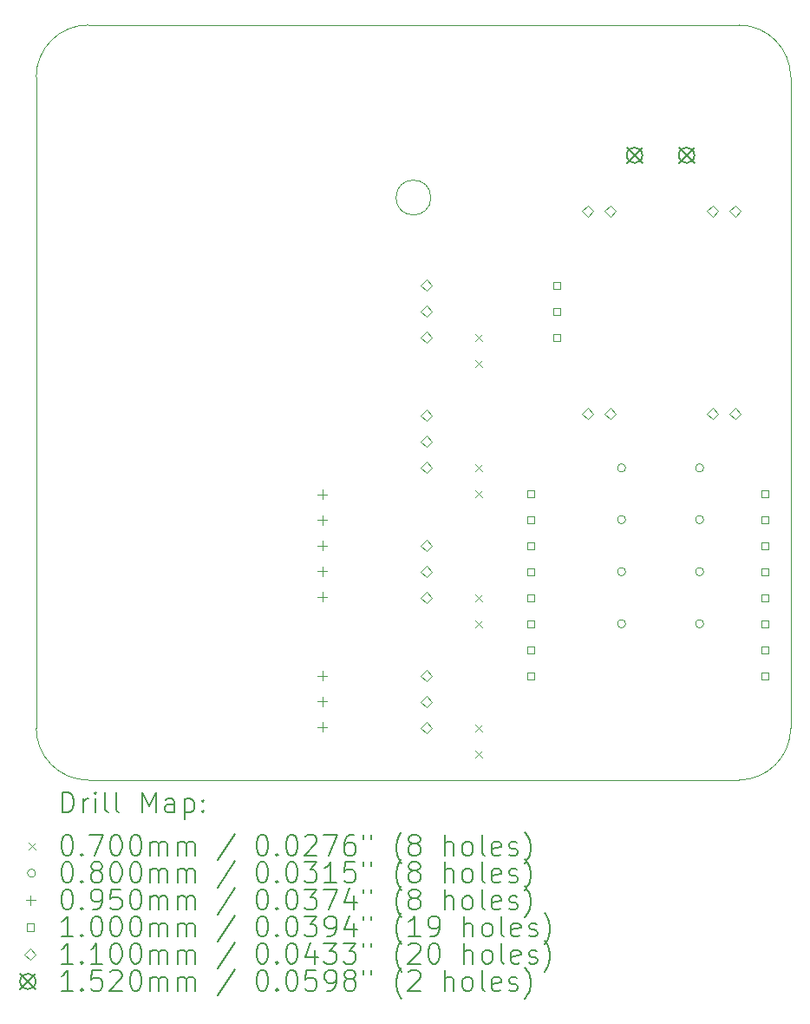
<source format=gbr>
%TF.GenerationSoftware,KiCad,Pcbnew,8.0.4*%
%TF.CreationDate,2024-08-20T20:09:37+02:00*%
%TF.ProjectId,rgb_controller,7267625f-636f-46e7-9472-6f6c6c65722e,rev?*%
%TF.SameCoordinates,Original*%
%TF.FileFunction,Drillmap*%
%TF.FilePolarity,Positive*%
%FSLAX45Y45*%
G04 Gerber Fmt 4.5, Leading zero omitted, Abs format (unit mm)*
G04 Created by KiCad (PCBNEW 8.0.4) date 2024-08-20 20:09:37*
%MOMM*%
%LPD*%
G01*
G04 APERTURE LIST*
%ADD10C,0.100000*%
%ADD11C,0.200000*%
%ADD12C,0.110000*%
%ADD13C,0.152000*%
G04 APERTURE END LIST*
D10*
X5588000Y-3048000D02*
G75*
G02*
X6096000Y-2540000I508000J0D01*
G01*
X12446000Y-2540000D02*
G75*
G02*
X12954000Y-3048000I0J-508000D01*
G01*
X6096000Y-9906000D02*
G75*
G02*
X5588000Y-9398000I0J508000D01*
G01*
X12954000Y-3048000D02*
X12954000Y-9398000D01*
X9441000Y-4223000D02*
G75*
G02*
X9101000Y-4223000I-170000J0D01*
G01*
X9101000Y-4223000D02*
G75*
G02*
X9441000Y-4223000I170000J0D01*
G01*
X6096000Y-2540000D02*
X12446000Y-2540000D01*
X12954000Y-9398000D02*
G75*
G02*
X12446000Y-9906000I-508000J0D01*
G01*
X5588000Y-9398000D02*
X5588000Y-3048000D01*
X12446000Y-9906000D02*
X6096000Y-9906000D01*
D11*
D10*
X9871000Y-5553000D02*
X9941000Y-5623000D01*
X9941000Y-5553000D02*
X9871000Y-5623000D01*
X9871000Y-5807000D02*
X9941000Y-5877000D01*
X9941000Y-5807000D02*
X9871000Y-5877000D01*
X9871000Y-6823000D02*
X9941000Y-6893000D01*
X9941000Y-6823000D02*
X9871000Y-6893000D01*
X9871000Y-7077000D02*
X9941000Y-7147000D01*
X9941000Y-7077000D02*
X9871000Y-7147000D01*
X9871000Y-8093000D02*
X9941000Y-8163000D01*
X9941000Y-8093000D02*
X9871000Y-8163000D01*
X9871000Y-8347000D02*
X9941000Y-8417000D01*
X9941000Y-8347000D02*
X9871000Y-8417000D01*
X9871000Y-9363000D02*
X9941000Y-9433000D01*
X9941000Y-9363000D02*
X9871000Y-9433000D01*
X9871000Y-9617000D02*
X9941000Y-9687000D01*
X9941000Y-9617000D02*
X9871000Y-9687000D01*
X11343000Y-6860721D02*
G75*
G02*
X11263000Y-6860721I-40000J0D01*
G01*
X11263000Y-6860721D02*
G75*
G02*
X11343000Y-6860721I40000J0D01*
G01*
X11343000Y-7366000D02*
G75*
G02*
X11263000Y-7366000I-40000J0D01*
G01*
X11263000Y-7366000D02*
G75*
G02*
X11343000Y-7366000I40000J0D01*
G01*
X11343000Y-7874000D02*
G75*
G02*
X11263000Y-7874000I-40000J0D01*
G01*
X11263000Y-7874000D02*
G75*
G02*
X11343000Y-7874000I40000J0D01*
G01*
X11343000Y-8382000D02*
G75*
G02*
X11263000Y-8382000I-40000J0D01*
G01*
X11263000Y-8382000D02*
G75*
G02*
X11343000Y-8382000I40000J0D01*
G01*
X12105000Y-6860721D02*
G75*
G02*
X12025000Y-6860721I-40000J0D01*
G01*
X12025000Y-6860721D02*
G75*
G02*
X12105000Y-6860721I40000J0D01*
G01*
X12105000Y-7366000D02*
G75*
G02*
X12025000Y-7366000I-40000J0D01*
G01*
X12025000Y-7366000D02*
G75*
G02*
X12105000Y-7366000I40000J0D01*
G01*
X12105000Y-7874000D02*
G75*
G02*
X12025000Y-7874000I-40000J0D01*
G01*
X12025000Y-7874000D02*
G75*
G02*
X12105000Y-7874000I40000J0D01*
G01*
X12105000Y-8382000D02*
G75*
G02*
X12025000Y-8382000I-40000J0D01*
G01*
X12025000Y-8382000D02*
G75*
G02*
X12105000Y-8382000I40000J0D01*
G01*
X8382000Y-7072500D02*
X8382000Y-7167500D01*
X8334500Y-7120000D02*
X8429500Y-7120000D01*
X8382000Y-7322500D02*
X8382000Y-7417500D01*
X8334500Y-7370000D02*
X8429500Y-7370000D01*
X8382000Y-7572500D02*
X8382000Y-7667500D01*
X8334500Y-7620000D02*
X8429500Y-7620000D01*
X8382000Y-7822500D02*
X8382000Y-7917500D01*
X8334500Y-7870000D02*
X8429500Y-7870000D01*
X8382000Y-8072500D02*
X8382000Y-8167500D01*
X8334500Y-8120000D02*
X8429500Y-8120000D01*
X8382000Y-8842500D02*
X8382000Y-8937500D01*
X8334500Y-8890000D02*
X8429500Y-8890000D01*
X8382000Y-9092500D02*
X8382000Y-9187500D01*
X8334500Y-9140000D02*
X8429500Y-9140000D01*
X8382000Y-9342500D02*
X8382000Y-9437500D01*
X8334500Y-9390000D02*
X8429500Y-9390000D01*
X10449356Y-7147356D02*
X10449356Y-7076644D01*
X10378644Y-7076644D01*
X10378644Y-7147356D01*
X10449356Y-7147356D01*
X10449356Y-7401356D02*
X10449356Y-7330644D01*
X10378644Y-7330644D01*
X10378644Y-7401356D01*
X10449356Y-7401356D01*
X10449356Y-7655356D02*
X10449356Y-7584644D01*
X10378644Y-7584644D01*
X10378644Y-7655356D01*
X10449356Y-7655356D01*
X10449356Y-7909356D02*
X10449356Y-7838644D01*
X10378644Y-7838644D01*
X10378644Y-7909356D01*
X10449356Y-7909356D01*
X10449356Y-8163356D02*
X10449356Y-8092644D01*
X10378644Y-8092644D01*
X10378644Y-8163356D01*
X10449356Y-8163356D01*
X10449356Y-8417356D02*
X10449356Y-8346644D01*
X10378644Y-8346644D01*
X10378644Y-8417356D01*
X10449356Y-8417356D01*
X10449356Y-8671356D02*
X10449356Y-8600644D01*
X10378644Y-8600644D01*
X10378644Y-8671356D01*
X10449356Y-8671356D01*
X10449356Y-8925356D02*
X10449356Y-8854644D01*
X10378644Y-8854644D01*
X10378644Y-8925356D01*
X10449356Y-8925356D01*
X10703356Y-5115356D02*
X10703356Y-5044644D01*
X10632644Y-5044644D01*
X10632644Y-5115356D01*
X10703356Y-5115356D01*
X10703356Y-5369356D02*
X10703356Y-5298644D01*
X10632644Y-5298644D01*
X10632644Y-5369356D01*
X10703356Y-5369356D01*
X10703356Y-5623356D02*
X10703356Y-5552644D01*
X10632644Y-5552644D01*
X10632644Y-5623356D01*
X10703356Y-5623356D01*
X12735356Y-7147356D02*
X12735356Y-7076644D01*
X12664644Y-7076644D01*
X12664644Y-7147356D01*
X12735356Y-7147356D01*
X12735356Y-7401356D02*
X12735356Y-7330644D01*
X12664644Y-7330644D01*
X12664644Y-7401356D01*
X12735356Y-7401356D01*
X12735356Y-7655356D02*
X12735356Y-7584644D01*
X12664644Y-7584644D01*
X12664644Y-7655356D01*
X12735356Y-7655356D01*
X12735356Y-7909356D02*
X12735356Y-7838644D01*
X12664644Y-7838644D01*
X12664644Y-7909356D01*
X12735356Y-7909356D01*
X12735356Y-8163356D02*
X12735356Y-8092644D01*
X12664644Y-8092644D01*
X12664644Y-8163356D01*
X12735356Y-8163356D01*
X12735356Y-8417356D02*
X12735356Y-8346644D01*
X12664644Y-8346644D01*
X12664644Y-8417356D01*
X12735356Y-8417356D01*
X12735356Y-8671356D02*
X12735356Y-8600644D01*
X12664644Y-8600644D01*
X12664644Y-8671356D01*
X12735356Y-8671356D01*
X12735356Y-8925356D02*
X12735356Y-8854644D01*
X12664644Y-8854644D01*
X12664644Y-8925356D01*
X12735356Y-8925356D01*
D12*
X9398000Y-5135000D02*
X9453000Y-5080000D01*
X9398000Y-5025000D01*
X9343000Y-5080000D01*
X9398000Y-5135000D01*
X9398000Y-5389000D02*
X9453000Y-5334000D01*
X9398000Y-5279000D01*
X9343000Y-5334000D01*
X9398000Y-5389000D01*
X9398000Y-5643000D02*
X9453000Y-5588000D01*
X9398000Y-5533000D01*
X9343000Y-5588000D01*
X9398000Y-5643000D01*
X9398000Y-6405000D02*
X9453000Y-6350000D01*
X9398000Y-6295000D01*
X9343000Y-6350000D01*
X9398000Y-6405000D01*
X9398000Y-6659000D02*
X9453000Y-6604000D01*
X9398000Y-6549000D01*
X9343000Y-6604000D01*
X9398000Y-6659000D01*
X9398000Y-6913000D02*
X9453000Y-6858000D01*
X9398000Y-6803000D01*
X9343000Y-6858000D01*
X9398000Y-6913000D01*
X9398000Y-7675000D02*
X9453000Y-7620000D01*
X9398000Y-7565000D01*
X9343000Y-7620000D01*
X9398000Y-7675000D01*
X9398000Y-7929000D02*
X9453000Y-7874000D01*
X9398000Y-7819000D01*
X9343000Y-7874000D01*
X9398000Y-7929000D01*
X9398000Y-8183000D02*
X9453000Y-8128000D01*
X9398000Y-8073000D01*
X9343000Y-8128000D01*
X9398000Y-8183000D01*
X9398000Y-8945000D02*
X9453000Y-8890000D01*
X9398000Y-8835000D01*
X9343000Y-8890000D01*
X9398000Y-8945000D01*
X9398000Y-9199000D02*
X9453000Y-9144000D01*
X9398000Y-9089000D01*
X9343000Y-9144000D01*
X9398000Y-9199000D01*
X9398000Y-9453000D02*
X9453000Y-9398000D01*
X9398000Y-9343000D01*
X9343000Y-9398000D01*
X9398000Y-9453000D01*
X10974000Y-4409000D02*
X11029000Y-4354000D01*
X10974000Y-4299000D01*
X10919000Y-4354000D01*
X10974000Y-4409000D01*
X10974000Y-6389000D02*
X11029000Y-6334000D01*
X10974000Y-6279000D01*
X10919000Y-6334000D01*
X10974000Y-6389000D01*
X11194000Y-4409000D02*
X11249000Y-4354000D01*
X11194000Y-4299000D01*
X11139000Y-4354000D01*
X11194000Y-4409000D01*
X11194000Y-6389000D02*
X11249000Y-6334000D01*
X11194000Y-6279000D01*
X11139000Y-6334000D01*
X11194000Y-6389000D01*
X12194000Y-4409000D02*
X12249000Y-4354000D01*
X12194000Y-4299000D01*
X12139000Y-4354000D01*
X12194000Y-4409000D01*
X12194000Y-6389000D02*
X12249000Y-6334000D01*
X12194000Y-6279000D01*
X12139000Y-6334000D01*
X12194000Y-6389000D01*
X12414000Y-4409000D02*
X12469000Y-4354000D01*
X12414000Y-4299000D01*
X12359000Y-4354000D01*
X12414000Y-4409000D01*
X12414000Y-6389000D02*
X12469000Y-6334000D01*
X12414000Y-6279000D01*
X12359000Y-6334000D01*
X12414000Y-6389000D01*
D13*
X11354000Y-3734000D02*
X11506000Y-3886000D01*
X11506000Y-3734000D02*
X11354000Y-3886000D01*
X11506000Y-3810000D02*
G75*
G02*
X11354000Y-3810000I-76000J0D01*
G01*
X11354000Y-3810000D02*
G75*
G02*
X11506000Y-3810000I76000J0D01*
G01*
X11862000Y-3734000D02*
X12014000Y-3886000D01*
X12014000Y-3734000D02*
X11862000Y-3886000D01*
X12014000Y-3810000D02*
G75*
G02*
X11862000Y-3810000I-76000J0D01*
G01*
X11862000Y-3810000D02*
G75*
G02*
X12014000Y-3810000I76000J0D01*
G01*
D11*
X5843777Y-10222484D02*
X5843777Y-10022484D01*
X5843777Y-10022484D02*
X5891396Y-10022484D01*
X5891396Y-10022484D02*
X5919967Y-10032008D01*
X5919967Y-10032008D02*
X5939015Y-10051055D01*
X5939015Y-10051055D02*
X5948539Y-10070103D01*
X5948539Y-10070103D02*
X5958062Y-10108198D01*
X5958062Y-10108198D02*
X5958062Y-10136770D01*
X5958062Y-10136770D02*
X5948539Y-10174865D01*
X5948539Y-10174865D02*
X5939015Y-10193912D01*
X5939015Y-10193912D02*
X5919967Y-10212960D01*
X5919967Y-10212960D02*
X5891396Y-10222484D01*
X5891396Y-10222484D02*
X5843777Y-10222484D01*
X6043777Y-10222484D02*
X6043777Y-10089150D01*
X6043777Y-10127246D02*
X6053301Y-10108198D01*
X6053301Y-10108198D02*
X6062824Y-10098674D01*
X6062824Y-10098674D02*
X6081872Y-10089150D01*
X6081872Y-10089150D02*
X6100920Y-10089150D01*
X6167586Y-10222484D02*
X6167586Y-10089150D01*
X6167586Y-10022484D02*
X6158062Y-10032008D01*
X6158062Y-10032008D02*
X6167586Y-10041531D01*
X6167586Y-10041531D02*
X6177110Y-10032008D01*
X6177110Y-10032008D02*
X6167586Y-10022484D01*
X6167586Y-10022484D02*
X6167586Y-10041531D01*
X6291396Y-10222484D02*
X6272348Y-10212960D01*
X6272348Y-10212960D02*
X6262824Y-10193912D01*
X6262824Y-10193912D02*
X6262824Y-10022484D01*
X6396158Y-10222484D02*
X6377110Y-10212960D01*
X6377110Y-10212960D02*
X6367586Y-10193912D01*
X6367586Y-10193912D02*
X6367586Y-10022484D01*
X6624729Y-10222484D02*
X6624729Y-10022484D01*
X6624729Y-10022484D02*
X6691396Y-10165341D01*
X6691396Y-10165341D02*
X6758062Y-10022484D01*
X6758062Y-10022484D02*
X6758062Y-10222484D01*
X6939015Y-10222484D02*
X6939015Y-10117722D01*
X6939015Y-10117722D02*
X6929491Y-10098674D01*
X6929491Y-10098674D02*
X6910443Y-10089150D01*
X6910443Y-10089150D02*
X6872348Y-10089150D01*
X6872348Y-10089150D02*
X6853301Y-10098674D01*
X6939015Y-10212960D02*
X6919967Y-10222484D01*
X6919967Y-10222484D02*
X6872348Y-10222484D01*
X6872348Y-10222484D02*
X6853301Y-10212960D01*
X6853301Y-10212960D02*
X6843777Y-10193912D01*
X6843777Y-10193912D02*
X6843777Y-10174865D01*
X6843777Y-10174865D02*
X6853301Y-10155817D01*
X6853301Y-10155817D02*
X6872348Y-10146293D01*
X6872348Y-10146293D02*
X6919967Y-10146293D01*
X6919967Y-10146293D02*
X6939015Y-10136770D01*
X7034253Y-10089150D02*
X7034253Y-10289150D01*
X7034253Y-10098674D02*
X7053301Y-10089150D01*
X7053301Y-10089150D02*
X7091396Y-10089150D01*
X7091396Y-10089150D02*
X7110443Y-10098674D01*
X7110443Y-10098674D02*
X7119967Y-10108198D01*
X7119967Y-10108198D02*
X7129491Y-10127246D01*
X7129491Y-10127246D02*
X7129491Y-10184389D01*
X7129491Y-10184389D02*
X7119967Y-10203436D01*
X7119967Y-10203436D02*
X7110443Y-10212960D01*
X7110443Y-10212960D02*
X7091396Y-10222484D01*
X7091396Y-10222484D02*
X7053301Y-10222484D01*
X7053301Y-10222484D02*
X7034253Y-10212960D01*
X7215205Y-10203436D02*
X7224729Y-10212960D01*
X7224729Y-10212960D02*
X7215205Y-10222484D01*
X7215205Y-10222484D02*
X7205682Y-10212960D01*
X7205682Y-10212960D02*
X7215205Y-10203436D01*
X7215205Y-10203436D02*
X7215205Y-10222484D01*
X7215205Y-10098674D02*
X7224729Y-10108198D01*
X7224729Y-10108198D02*
X7215205Y-10117722D01*
X7215205Y-10117722D02*
X7205682Y-10108198D01*
X7205682Y-10108198D02*
X7215205Y-10098674D01*
X7215205Y-10098674D02*
X7215205Y-10117722D01*
D10*
X5513000Y-10516000D02*
X5583000Y-10586000D01*
X5583000Y-10516000D02*
X5513000Y-10586000D01*
D11*
X5881872Y-10442484D02*
X5900920Y-10442484D01*
X5900920Y-10442484D02*
X5919967Y-10452008D01*
X5919967Y-10452008D02*
X5929491Y-10461531D01*
X5929491Y-10461531D02*
X5939015Y-10480579D01*
X5939015Y-10480579D02*
X5948539Y-10518674D01*
X5948539Y-10518674D02*
X5948539Y-10566293D01*
X5948539Y-10566293D02*
X5939015Y-10604389D01*
X5939015Y-10604389D02*
X5929491Y-10623436D01*
X5929491Y-10623436D02*
X5919967Y-10632960D01*
X5919967Y-10632960D02*
X5900920Y-10642484D01*
X5900920Y-10642484D02*
X5881872Y-10642484D01*
X5881872Y-10642484D02*
X5862824Y-10632960D01*
X5862824Y-10632960D02*
X5853301Y-10623436D01*
X5853301Y-10623436D02*
X5843777Y-10604389D01*
X5843777Y-10604389D02*
X5834253Y-10566293D01*
X5834253Y-10566293D02*
X5834253Y-10518674D01*
X5834253Y-10518674D02*
X5843777Y-10480579D01*
X5843777Y-10480579D02*
X5853301Y-10461531D01*
X5853301Y-10461531D02*
X5862824Y-10452008D01*
X5862824Y-10452008D02*
X5881872Y-10442484D01*
X6034253Y-10623436D02*
X6043777Y-10632960D01*
X6043777Y-10632960D02*
X6034253Y-10642484D01*
X6034253Y-10642484D02*
X6024729Y-10632960D01*
X6024729Y-10632960D02*
X6034253Y-10623436D01*
X6034253Y-10623436D02*
X6034253Y-10642484D01*
X6110443Y-10442484D02*
X6243777Y-10442484D01*
X6243777Y-10442484D02*
X6158062Y-10642484D01*
X6358062Y-10442484D02*
X6377110Y-10442484D01*
X6377110Y-10442484D02*
X6396158Y-10452008D01*
X6396158Y-10452008D02*
X6405682Y-10461531D01*
X6405682Y-10461531D02*
X6415205Y-10480579D01*
X6415205Y-10480579D02*
X6424729Y-10518674D01*
X6424729Y-10518674D02*
X6424729Y-10566293D01*
X6424729Y-10566293D02*
X6415205Y-10604389D01*
X6415205Y-10604389D02*
X6405682Y-10623436D01*
X6405682Y-10623436D02*
X6396158Y-10632960D01*
X6396158Y-10632960D02*
X6377110Y-10642484D01*
X6377110Y-10642484D02*
X6358062Y-10642484D01*
X6358062Y-10642484D02*
X6339015Y-10632960D01*
X6339015Y-10632960D02*
X6329491Y-10623436D01*
X6329491Y-10623436D02*
X6319967Y-10604389D01*
X6319967Y-10604389D02*
X6310443Y-10566293D01*
X6310443Y-10566293D02*
X6310443Y-10518674D01*
X6310443Y-10518674D02*
X6319967Y-10480579D01*
X6319967Y-10480579D02*
X6329491Y-10461531D01*
X6329491Y-10461531D02*
X6339015Y-10452008D01*
X6339015Y-10452008D02*
X6358062Y-10442484D01*
X6548539Y-10442484D02*
X6567586Y-10442484D01*
X6567586Y-10442484D02*
X6586634Y-10452008D01*
X6586634Y-10452008D02*
X6596158Y-10461531D01*
X6596158Y-10461531D02*
X6605682Y-10480579D01*
X6605682Y-10480579D02*
X6615205Y-10518674D01*
X6615205Y-10518674D02*
X6615205Y-10566293D01*
X6615205Y-10566293D02*
X6605682Y-10604389D01*
X6605682Y-10604389D02*
X6596158Y-10623436D01*
X6596158Y-10623436D02*
X6586634Y-10632960D01*
X6586634Y-10632960D02*
X6567586Y-10642484D01*
X6567586Y-10642484D02*
X6548539Y-10642484D01*
X6548539Y-10642484D02*
X6529491Y-10632960D01*
X6529491Y-10632960D02*
X6519967Y-10623436D01*
X6519967Y-10623436D02*
X6510443Y-10604389D01*
X6510443Y-10604389D02*
X6500920Y-10566293D01*
X6500920Y-10566293D02*
X6500920Y-10518674D01*
X6500920Y-10518674D02*
X6510443Y-10480579D01*
X6510443Y-10480579D02*
X6519967Y-10461531D01*
X6519967Y-10461531D02*
X6529491Y-10452008D01*
X6529491Y-10452008D02*
X6548539Y-10442484D01*
X6700920Y-10642484D02*
X6700920Y-10509150D01*
X6700920Y-10528198D02*
X6710443Y-10518674D01*
X6710443Y-10518674D02*
X6729491Y-10509150D01*
X6729491Y-10509150D02*
X6758063Y-10509150D01*
X6758063Y-10509150D02*
X6777110Y-10518674D01*
X6777110Y-10518674D02*
X6786634Y-10537722D01*
X6786634Y-10537722D02*
X6786634Y-10642484D01*
X6786634Y-10537722D02*
X6796158Y-10518674D01*
X6796158Y-10518674D02*
X6815205Y-10509150D01*
X6815205Y-10509150D02*
X6843777Y-10509150D01*
X6843777Y-10509150D02*
X6862824Y-10518674D01*
X6862824Y-10518674D02*
X6872348Y-10537722D01*
X6872348Y-10537722D02*
X6872348Y-10642484D01*
X6967586Y-10642484D02*
X6967586Y-10509150D01*
X6967586Y-10528198D02*
X6977110Y-10518674D01*
X6977110Y-10518674D02*
X6996158Y-10509150D01*
X6996158Y-10509150D02*
X7024729Y-10509150D01*
X7024729Y-10509150D02*
X7043777Y-10518674D01*
X7043777Y-10518674D02*
X7053301Y-10537722D01*
X7053301Y-10537722D02*
X7053301Y-10642484D01*
X7053301Y-10537722D02*
X7062824Y-10518674D01*
X7062824Y-10518674D02*
X7081872Y-10509150D01*
X7081872Y-10509150D02*
X7110443Y-10509150D01*
X7110443Y-10509150D02*
X7129491Y-10518674D01*
X7129491Y-10518674D02*
X7139015Y-10537722D01*
X7139015Y-10537722D02*
X7139015Y-10642484D01*
X7529491Y-10432960D02*
X7358063Y-10690103D01*
X7786634Y-10442484D02*
X7805682Y-10442484D01*
X7805682Y-10442484D02*
X7824729Y-10452008D01*
X7824729Y-10452008D02*
X7834253Y-10461531D01*
X7834253Y-10461531D02*
X7843777Y-10480579D01*
X7843777Y-10480579D02*
X7853301Y-10518674D01*
X7853301Y-10518674D02*
X7853301Y-10566293D01*
X7853301Y-10566293D02*
X7843777Y-10604389D01*
X7843777Y-10604389D02*
X7834253Y-10623436D01*
X7834253Y-10623436D02*
X7824729Y-10632960D01*
X7824729Y-10632960D02*
X7805682Y-10642484D01*
X7805682Y-10642484D02*
X7786634Y-10642484D01*
X7786634Y-10642484D02*
X7767586Y-10632960D01*
X7767586Y-10632960D02*
X7758063Y-10623436D01*
X7758063Y-10623436D02*
X7748539Y-10604389D01*
X7748539Y-10604389D02*
X7739015Y-10566293D01*
X7739015Y-10566293D02*
X7739015Y-10518674D01*
X7739015Y-10518674D02*
X7748539Y-10480579D01*
X7748539Y-10480579D02*
X7758063Y-10461531D01*
X7758063Y-10461531D02*
X7767586Y-10452008D01*
X7767586Y-10452008D02*
X7786634Y-10442484D01*
X7939015Y-10623436D02*
X7948539Y-10632960D01*
X7948539Y-10632960D02*
X7939015Y-10642484D01*
X7939015Y-10642484D02*
X7929491Y-10632960D01*
X7929491Y-10632960D02*
X7939015Y-10623436D01*
X7939015Y-10623436D02*
X7939015Y-10642484D01*
X8072348Y-10442484D02*
X8091396Y-10442484D01*
X8091396Y-10442484D02*
X8110444Y-10452008D01*
X8110444Y-10452008D02*
X8119967Y-10461531D01*
X8119967Y-10461531D02*
X8129491Y-10480579D01*
X8129491Y-10480579D02*
X8139015Y-10518674D01*
X8139015Y-10518674D02*
X8139015Y-10566293D01*
X8139015Y-10566293D02*
X8129491Y-10604389D01*
X8129491Y-10604389D02*
X8119967Y-10623436D01*
X8119967Y-10623436D02*
X8110444Y-10632960D01*
X8110444Y-10632960D02*
X8091396Y-10642484D01*
X8091396Y-10642484D02*
X8072348Y-10642484D01*
X8072348Y-10642484D02*
X8053301Y-10632960D01*
X8053301Y-10632960D02*
X8043777Y-10623436D01*
X8043777Y-10623436D02*
X8034253Y-10604389D01*
X8034253Y-10604389D02*
X8024729Y-10566293D01*
X8024729Y-10566293D02*
X8024729Y-10518674D01*
X8024729Y-10518674D02*
X8034253Y-10480579D01*
X8034253Y-10480579D02*
X8043777Y-10461531D01*
X8043777Y-10461531D02*
X8053301Y-10452008D01*
X8053301Y-10452008D02*
X8072348Y-10442484D01*
X8215206Y-10461531D02*
X8224729Y-10452008D01*
X8224729Y-10452008D02*
X8243777Y-10442484D01*
X8243777Y-10442484D02*
X8291396Y-10442484D01*
X8291396Y-10442484D02*
X8310444Y-10452008D01*
X8310444Y-10452008D02*
X8319967Y-10461531D01*
X8319967Y-10461531D02*
X8329491Y-10480579D01*
X8329491Y-10480579D02*
X8329491Y-10499627D01*
X8329491Y-10499627D02*
X8319967Y-10528198D01*
X8319967Y-10528198D02*
X8205682Y-10642484D01*
X8205682Y-10642484D02*
X8329491Y-10642484D01*
X8396158Y-10442484D02*
X8529491Y-10442484D01*
X8529491Y-10442484D02*
X8443777Y-10642484D01*
X8691396Y-10442484D02*
X8653301Y-10442484D01*
X8653301Y-10442484D02*
X8634253Y-10452008D01*
X8634253Y-10452008D02*
X8624729Y-10461531D01*
X8624729Y-10461531D02*
X8605682Y-10490103D01*
X8605682Y-10490103D02*
X8596158Y-10528198D01*
X8596158Y-10528198D02*
X8596158Y-10604389D01*
X8596158Y-10604389D02*
X8605682Y-10623436D01*
X8605682Y-10623436D02*
X8615206Y-10632960D01*
X8615206Y-10632960D02*
X8634253Y-10642484D01*
X8634253Y-10642484D02*
X8672349Y-10642484D01*
X8672349Y-10642484D02*
X8691396Y-10632960D01*
X8691396Y-10632960D02*
X8700920Y-10623436D01*
X8700920Y-10623436D02*
X8710444Y-10604389D01*
X8710444Y-10604389D02*
X8710444Y-10556770D01*
X8710444Y-10556770D02*
X8700920Y-10537722D01*
X8700920Y-10537722D02*
X8691396Y-10528198D01*
X8691396Y-10528198D02*
X8672349Y-10518674D01*
X8672349Y-10518674D02*
X8634253Y-10518674D01*
X8634253Y-10518674D02*
X8615206Y-10528198D01*
X8615206Y-10528198D02*
X8605682Y-10537722D01*
X8605682Y-10537722D02*
X8596158Y-10556770D01*
X8786634Y-10442484D02*
X8786634Y-10480579D01*
X8862825Y-10442484D02*
X8862825Y-10480579D01*
X9158063Y-10718674D02*
X9148539Y-10709150D01*
X9148539Y-10709150D02*
X9129491Y-10680579D01*
X9129491Y-10680579D02*
X9119968Y-10661531D01*
X9119968Y-10661531D02*
X9110444Y-10632960D01*
X9110444Y-10632960D02*
X9100920Y-10585341D01*
X9100920Y-10585341D02*
X9100920Y-10547246D01*
X9100920Y-10547246D02*
X9110444Y-10499627D01*
X9110444Y-10499627D02*
X9119968Y-10471055D01*
X9119968Y-10471055D02*
X9129491Y-10452008D01*
X9129491Y-10452008D02*
X9148539Y-10423436D01*
X9148539Y-10423436D02*
X9158063Y-10413912D01*
X9262825Y-10528198D02*
X9243777Y-10518674D01*
X9243777Y-10518674D02*
X9234253Y-10509150D01*
X9234253Y-10509150D02*
X9224730Y-10490103D01*
X9224730Y-10490103D02*
X9224730Y-10480579D01*
X9224730Y-10480579D02*
X9234253Y-10461531D01*
X9234253Y-10461531D02*
X9243777Y-10452008D01*
X9243777Y-10452008D02*
X9262825Y-10442484D01*
X9262825Y-10442484D02*
X9300920Y-10442484D01*
X9300920Y-10442484D02*
X9319968Y-10452008D01*
X9319968Y-10452008D02*
X9329491Y-10461531D01*
X9329491Y-10461531D02*
X9339015Y-10480579D01*
X9339015Y-10480579D02*
X9339015Y-10490103D01*
X9339015Y-10490103D02*
X9329491Y-10509150D01*
X9329491Y-10509150D02*
X9319968Y-10518674D01*
X9319968Y-10518674D02*
X9300920Y-10528198D01*
X9300920Y-10528198D02*
X9262825Y-10528198D01*
X9262825Y-10528198D02*
X9243777Y-10537722D01*
X9243777Y-10537722D02*
X9234253Y-10547246D01*
X9234253Y-10547246D02*
X9224730Y-10566293D01*
X9224730Y-10566293D02*
X9224730Y-10604389D01*
X9224730Y-10604389D02*
X9234253Y-10623436D01*
X9234253Y-10623436D02*
X9243777Y-10632960D01*
X9243777Y-10632960D02*
X9262825Y-10642484D01*
X9262825Y-10642484D02*
X9300920Y-10642484D01*
X9300920Y-10642484D02*
X9319968Y-10632960D01*
X9319968Y-10632960D02*
X9329491Y-10623436D01*
X9329491Y-10623436D02*
X9339015Y-10604389D01*
X9339015Y-10604389D02*
X9339015Y-10566293D01*
X9339015Y-10566293D02*
X9329491Y-10547246D01*
X9329491Y-10547246D02*
X9319968Y-10537722D01*
X9319968Y-10537722D02*
X9300920Y-10528198D01*
X9577111Y-10642484D02*
X9577111Y-10442484D01*
X9662825Y-10642484D02*
X9662825Y-10537722D01*
X9662825Y-10537722D02*
X9653301Y-10518674D01*
X9653301Y-10518674D02*
X9634253Y-10509150D01*
X9634253Y-10509150D02*
X9605682Y-10509150D01*
X9605682Y-10509150D02*
X9586634Y-10518674D01*
X9586634Y-10518674D02*
X9577111Y-10528198D01*
X9786634Y-10642484D02*
X9767587Y-10632960D01*
X9767587Y-10632960D02*
X9758063Y-10623436D01*
X9758063Y-10623436D02*
X9748539Y-10604389D01*
X9748539Y-10604389D02*
X9748539Y-10547246D01*
X9748539Y-10547246D02*
X9758063Y-10528198D01*
X9758063Y-10528198D02*
X9767587Y-10518674D01*
X9767587Y-10518674D02*
X9786634Y-10509150D01*
X9786634Y-10509150D02*
X9815206Y-10509150D01*
X9815206Y-10509150D02*
X9834253Y-10518674D01*
X9834253Y-10518674D02*
X9843777Y-10528198D01*
X9843777Y-10528198D02*
X9853301Y-10547246D01*
X9853301Y-10547246D02*
X9853301Y-10604389D01*
X9853301Y-10604389D02*
X9843777Y-10623436D01*
X9843777Y-10623436D02*
X9834253Y-10632960D01*
X9834253Y-10632960D02*
X9815206Y-10642484D01*
X9815206Y-10642484D02*
X9786634Y-10642484D01*
X9967587Y-10642484D02*
X9948539Y-10632960D01*
X9948539Y-10632960D02*
X9939015Y-10613912D01*
X9939015Y-10613912D02*
X9939015Y-10442484D01*
X10119968Y-10632960D02*
X10100920Y-10642484D01*
X10100920Y-10642484D02*
X10062825Y-10642484D01*
X10062825Y-10642484D02*
X10043777Y-10632960D01*
X10043777Y-10632960D02*
X10034253Y-10613912D01*
X10034253Y-10613912D02*
X10034253Y-10537722D01*
X10034253Y-10537722D02*
X10043777Y-10518674D01*
X10043777Y-10518674D02*
X10062825Y-10509150D01*
X10062825Y-10509150D02*
X10100920Y-10509150D01*
X10100920Y-10509150D02*
X10119968Y-10518674D01*
X10119968Y-10518674D02*
X10129492Y-10537722D01*
X10129492Y-10537722D02*
X10129492Y-10556770D01*
X10129492Y-10556770D02*
X10034253Y-10575817D01*
X10205682Y-10632960D02*
X10224730Y-10642484D01*
X10224730Y-10642484D02*
X10262825Y-10642484D01*
X10262825Y-10642484D02*
X10281873Y-10632960D01*
X10281873Y-10632960D02*
X10291396Y-10613912D01*
X10291396Y-10613912D02*
X10291396Y-10604389D01*
X10291396Y-10604389D02*
X10281873Y-10585341D01*
X10281873Y-10585341D02*
X10262825Y-10575817D01*
X10262825Y-10575817D02*
X10234253Y-10575817D01*
X10234253Y-10575817D02*
X10215206Y-10566293D01*
X10215206Y-10566293D02*
X10205682Y-10547246D01*
X10205682Y-10547246D02*
X10205682Y-10537722D01*
X10205682Y-10537722D02*
X10215206Y-10518674D01*
X10215206Y-10518674D02*
X10234253Y-10509150D01*
X10234253Y-10509150D02*
X10262825Y-10509150D01*
X10262825Y-10509150D02*
X10281873Y-10518674D01*
X10358063Y-10718674D02*
X10367587Y-10709150D01*
X10367587Y-10709150D02*
X10386634Y-10680579D01*
X10386634Y-10680579D02*
X10396158Y-10661531D01*
X10396158Y-10661531D02*
X10405682Y-10632960D01*
X10405682Y-10632960D02*
X10415206Y-10585341D01*
X10415206Y-10585341D02*
X10415206Y-10547246D01*
X10415206Y-10547246D02*
X10405682Y-10499627D01*
X10405682Y-10499627D02*
X10396158Y-10471055D01*
X10396158Y-10471055D02*
X10386634Y-10452008D01*
X10386634Y-10452008D02*
X10367587Y-10423436D01*
X10367587Y-10423436D02*
X10358063Y-10413912D01*
D10*
X5583000Y-10815000D02*
G75*
G02*
X5503000Y-10815000I-40000J0D01*
G01*
X5503000Y-10815000D02*
G75*
G02*
X5583000Y-10815000I40000J0D01*
G01*
D11*
X5881872Y-10706484D02*
X5900920Y-10706484D01*
X5900920Y-10706484D02*
X5919967Y-10716008D01*
X5919967Y-10716008D02*
X5929491Y-10725531D01*
X5929491Y-10725531D02*
X5939015Y-10744579D01*
X5939015Y-10744579D02*
X5948539Y-10782674D01*
X5948539Y-10782674D02*
X5948539Y-10830293D01*
X5948539Y-10830293D02*
X5939015Y-10868389D01*
X5939015Y-10868389D02*
X5929491Y-10887436D01*
X5929491Y-10887436D02*
X5919967Y-10896960D01*
X5919967Y-10896960D02*
X5900920Y-10906484D01*
X5900920Y-10906484D02*
X5881872Y-10906484D01*
X5881872Y-10906484D02*
X5862824Y-10896960D01*
X5862824Y-10896960D02*
X5853301Y-10887436D01*
X5853301Y-10887436D02*
X5843777Y-10868389D01*
X5843777Y-10868389D02*
X5834253Y-10830293D01*
X5834253Y-10830293D02*
X5834253Y-10782674D01*
X5834253Y-10782674D02*
X5843777Y-10744579D01*
X5843777Y-10744579D02*
X5853301Y-10725531D01*
X5853301Y-10725531D02*
X5862824Y-10716008D01*
X5862824Y-10716008D02*
X5881872Y-10706484D01*
X6034253Y-10887436D02*
X6043777Y-10896960D01*
X6043777Y-10896960D02*
X6034253Y-10906484D01*
X6034253Y-10906484D02*
X6024729Y-10896960D01*
X6024729Y-10896960D02*
X6034253Y-10887436D01*
X6034253Y-10887436D02*
X6034253Y-10906484D01*
X6158062Y-10792198D02*
X6139015Y-10782674D01*
X6139015Y-10782674D02*
X6129491Y-10773150D01*
X6129491Y-10773150D02*
X6119967Y-10754103D01*
X6119967Y-10754103D02*
X6119967Y-10744579D01*
X6119967Y-10744579D02*
X6129491Y-10725531D01*
X6129491Y-10725531D02*
X6139015Y-10716008D01*
X6139015Y-10716008D02*
X6158062Y-10706484D01*
X6158062Y-10706484D02*
X6196158Y-10706484D01*
X6196158Y-10706484D02*
X6215205Y-10716008D01*
X6215205Y-10716008D02*
X6224729Y-10725531D01*
X6224729Y-10725531D02*
X6234253Y-10744579D01*
X6234253Y-10744579D02*
X6234253Y-10754103D01*
X6234253Y-10754103D02*
X6224729Y-10773150D01*
X6224729Y-10773150D02*
X6215205Y-10782674D01*
X6215205Y-10782674D02*
X6196158Y-10792198D01*
X6196158Y-10792198D02*
X6158062Y-10792198D01*
X6158062Y-10792198D02*
X6139015Y-10801722D01*
X6139015Y-10801722D02*
X6129491Y-10811246D01*
X6129491Y-10811246D02*
X6119967Y-10830293D01*
X6119967Y-10830293D02*
X6119967Y-10868389D01*
X6119967Y-10868389D02*
X6129491Y-10887436D01*
X6129491Y-10887436D02*
X6139015Y-10896960D01*
X6139015Y-10896960D02*
X6158062Y-10906484D01*
X6158062Y-10906484D02*
X6196158Y-10906484D01*
X6196158Y-10906484D02*
X6215205Y-10896960D01*
X6215205Y-10896960D02*
X6224729Y-10887436D01*
X6224729Y-10887436D02*
X6234253Y-10868389D01*
X6234253Y-10868389D02*
X6234253Y-10830293D01*
X6234253Y-10830293D02*
X6224729Y-10811246D01*
X6224729Y-10811246D02*
X6215205Y-10801722D01*
X6215205Y-10801722D02*
X6196158Y-10792198D01*
X6358062Y-10706484D02*
X6377110Y-10706484D01*
X6377110Y-10706484D02*
X6396158Y-10716008D01*
X6396158Y-10716008D02*
X6405682Y-10725531D01*
X6405682Y-10725531D02*
X6415205Y-10744579D01*
X6415205Y-10744579D02*
X6424729Y-10782674D01*
X6424729Y-10782674D02*
X6424729Y-10830293D01*
X6424729Y-10830293D02*
X6415205Y-10868389D01*
X6415205Y-10868389D02*
X6405682Y-10887436D01*
X6405682Y-10887436D02*
X6396158Y-10896960D01*
X6396158Y-10896960D02*
X6377110Y-10906484D01*
X6377110Y-10906484D02*
X6358062Y-10906484D01*
X6358062Y-10906484D02*
X6339015Y-10896960D01*
X6339015Y-10896960D02*
X6329491Y-10887436D01*
X6329491Y-10887436D02*
X6319967Y-10868389D01*
X6319967Y-10868389D02*
X6310443Y-10830293D01*
X6310443Y-10830293D02*
X6310443Y-10782674D01*
X6310443Y-10782674D02*
X6319967Y-10744579D01*
X6319967Y-10744579D02*
X6329491Y-10725531D01*
X6329491Y-10725531D02*
X6339015Y-10716008D01*
X6339015Y-10716008D02*
X6358062Y-10706484D01*
X6548539Y-10706484D02*
X6567586Y-10706484D01*
X6567586Y-10706484D02*
X6586634Y-10716008D01*
X6586634Y-10716008D02*
X6596158Y-10725531D01*
X6596158Y-10725531D02*
X6605682Y-10744579D01*
X6605682Y-10744579D02*
X6615205Y-10782674D01*
X6615205Y-10782674D02*
X6615205Y-10830293D01*
X6615205Y-10830293D02*
X6605682Y-10868389D01*
X6605682Y-10868389D02*
X6596158Y-10887436D01*
X6596158Y-10887436D02*
X6586634Y-10896960D01*
X6586634Y-10896960D02*
X6567586Y-10906484D01*
X6567586Y-10906484D02*
X6548539Y-10906484D01*
X6548539Y-10906484D02*
X6529491Y-10896960D01*
X6529491Y-10896960D02*
X6519967Y-10887436D01*
X6519967Y-10887436D02*
X6510443Y-10868389D01*
X6510443Y-10868389D02*
X6500920Y-10830293D01*
X6500920Y-10830293D02*
X6500920Y-10782674D01*
X6500920Y-10782674D02*
X6510443Y-10744579D01*
X6510443Y-10744579D02*
X6519967Y-10725531D01*
X6519967Y-10725531D02*
X6529491Y-10716008D01*
X6529491Y-10716008D02*
X6548539Y-10706484D01*
X6700920Y-10906484D02*
X6700920Y-10773150D01*
X6700920Y-10792198D02*
X6710443Y-10782674D01*
X6710443Y-10782674D02*
X6729491Y-10773150D01*
X6729491Y-10773150D02*
X6758063Y-10773150D01*
X6758063Y-10773150D02*
X6777110Y-10782674D01*
X6777110Y-10782674D02*
X6786634Y-10801722D01*
X6786634Y-10801722D02*
X6786634Y-10906484D01*
X6786634Y-10801722D02*
X6796158Y-10782674D01*
X6796158Y-10782674D02*
X6815205Y-10773150D01*
X6815205Y-10773150D02*
X6843777Y-10773150D01*
X6843777Y-10773150D02*
X6862824Y-10782674D01*
X6862824Y-10782674D02*
X6872348Y-10801722D01*
X6872348Y-10801722D02*
X6872348Y-10906484D01*
X6967586Y-10906484D02*
X6967586Y-10773150D01*
X6967586Y-10792198D02*
X6977110Y-10782674D01*
X6977110Y-10782674D02*
X6996158Y-10773150D01*
X6996158Y-10773150D02*
X7024729Y-10773150D01*
X7024729Y-10773150D02*
X7043777Y-10782674D01*
X7043777Y-10782674D02*
X7053301Y-10801722D01*
X7053301Y-10801722D02*
X7053301Y-10906484D01*
X7053301Y-10801722D02*
X7062824Y-10782674D01*
X7062824Y-10782674D02*
X7081872Y-10773150D01*
X7081872Y-10773150D02*
X7110443Y-10773150D01*
X7110443Y-10773150D02*
X7129491Y-10782674D01*
X7129491Y-10782674D02*
X7139015Y-10801722D01*
X7139015Y-10801722D02*
X7139015Y-10906484D01*
X7529491Y-10696960D02*
X7358063Y-10954103D01*
X7786634Y-10706484D02*
X7805682Y-10706484D01*
X7805682Y-10706484D02*
X7824729Y-10716008D01*
X7824729Y-10716008D02*
X7834253Y-10725531D01*
X7834253Y-10725531D02*
X7843777Y-10744579D01*
X7843777Y-10744579D02*
X7853301Y-10782674D01*
X7853301Y-10782674D02*
X7853301Y-10830293D01*
X7853301Y-10830293D02*
X7843777Y-10868389D01*
X7843777Y-10868389D02*
X7834253Y-10887436D01*
X7834253Y-10887436D02*
X7824729Y-10896960D01*
X7824729Y-10896960D02*
X7805682Y-10906484D01*
X7805682Y-10906484D02*
X7786634Y-10906484D01*
X7786634Y-10906484D02*
X7767586Y-10896960D01*
X7767586Y-10896960D02*
X7758063Y-10887436D01*
X7758063Y-10887436D02*
X7748539Y-10868389D01*
X7748539Y-10868389D02*
X7739015Y-10830293D01*
X7739015Y-10830293D02*
X7739015Y-10782674D01*
X7739015Y-10782674D02*
X7748539Y-10744579D01*
X7748539Y-10744579D02*
X7758063Y-10725531D01*
X7758063Y-10725531D02*
X7767586Y-10716008D01*
X7767586Y-10716008D02*
X7786634Y-10706484D01*
X7939015Y-10887436D02*
X7948539Y-10896960D01*
X7948539Y-10896960D02*
X7939015Y-10906484D01*
X7939015Y-10906484D02*
X7929491Y-10896960D01*
X7929491Y-10896960D02*
X7939015Y-10887436D01*
X7939015Y-10887436D02*
X7939015Y-10906484D01*
X8072348Y-10706484D02*
X8091396Y-10706484D01*
X8091396Y-10706484D02*
X8110444Y-10716008D01*
X8110444Y-10716008D02*
X8119967Y-10725531D01*
X8119967Y-10725531D02*
X8129491Y-10744579D01*
X8129491Y-10744579D02*
X8139015Y-10782674D01*
X8139015Y-10782674D02*
X8139015Y-10830293D01*
X8139015Y-10830293D02*
X8129491Y-10868389D01*
X8129491Y-10868389D02*
X8119967Y-10887436D01*
X8119967Y-10887436D02*
X8110444Y-10896960D01*
X8110444Y-10896960D02*
X8091396Y-10906484D01*
X8091396Y-10906484D02*
X8072348Y-10906484D01*
X8072348Y-10906484D02*
X8053301Y-10896960D01*
X8053301Y-10896960D02*
X8043777Y-10887436D01*
X8043777Y-10887436D02*
X8034253Y-10868389D01*
X8034253Y-10868389D02*
X8024729Y-10830293D01*
X8024729Y-10830293D02*
X8024729Y-10782674D01*
X8024729Y-10782674D02*
X8034253Y-10744579D01*
X8034253Y-10744579D02*
X8043777Y-10725531D01*
X8043777Y-10725531D02*
X8053301Y-10716008D01*
X8053301Y-10716008D02*
X8072348Y-10706484D01*
X8205682Y-10706484D02*
X8329491Y-10706484D01*
X8329491Y-10706484D02*
X8262825Y-10782674D01*
X8262825Y-10782674D02*
X8291396Y-10782674D01*
X8291396Y-10782674D02*
X8310444Y-10792198D01*
X8310444Y-10792198D02*
X8319967Y-10801722D01*
X8319967Y-10801722D02*
X8329491Y-10820770D01*
X8329491Y-10820770D02*
X8329491Y-10868389D01*
X8329491Y-10868389D02*
X8319967Y-10887436D01*
X8319967Y-10887436D02*
X8310444Y-10896960D01*
X8310444Y-10896960D02*
X8291396Y-10906484D01*
X8291396Y-10906484D02*
X8234253Y-10906484D01*
X8234253Y-10906484D02*
X8215206Y-10896960D01*
X8215206Y-10896960D02*
X8205682Y-10887436D01*
X8519968Y-10906484D02*
X8405682Y-10906484D01*
X8462825Y-10906484D02*
X8462825Y-10706484D01*
X8462825Y-10706484D02*
X8443777Y-10735055D01*
X8443777Y-10735055D02*
X8424729Y-10754103D01*
X8424729Y-10754103D02*
X8405682Y-10763627D01*
X8700920Y-10706484D02*
X8605682Y-10706484D01*
X8605682Y-10706484D02*
X8596158Y-10801722D01*
X8596158Y-10801722D02*
X8605682Y-10792198D01*
X8605682Y-10792198D02*
X8624729Y-10782674D01*
X8624729Y-10782674D02*
X8672349Y-10782674D01*
X8672349Y-10782674D02*
X8691396Y-10792198D01*
X8691396Y-10792198D02*
X8700920Y-10801722D01*
X8700920Y-10801722D02*
X8710444Y-10820770D01*
X8710444Y-10820770D02*
X8710444Y-10868389D01*
X8710444Y-10868389D02*
X8700920Y-10887436D01*
X8700920Y-10887436D02*
X8691396Y-10896960D01*
X8691396Y-10896960D02*
X8672349Y-10906484D01*
X8672349Y-10906484D02*
X8624729Y-10906484D01*
X8624729Y-10906484D02*
X8605682Y-10896960D01*
X8605682Y-10896960D02*
X8596158Y-10887436D01*
X8786634Y-10706484D02*
X8786634Y-10744579D01*
X8862825Y-10706484D02*
X8862825Y-10744579D01*
X9158063Y-10982674D02*
X9148539Y-10973150D01*
X9148539Y-10973150D02*
X9129491Y-10944579D01*
X9129491Y-10944579D02*
X9119968Y-10925531D01*
X9119968Y-10925531D02*
X9110444Y-10896960D01*
X9110444Y-10896960D02*
X9100920Y-10849341D01*
X9100920Y-10849341D02*
X9100920Y-10811246D01*
X9100920Y-10811246D02*
X9110444Y-10763627D01*
X9110444Y-10763627D02*
X9119968Y-10735055D01*
X9119968Y-10735055D02*
X9129491Y-10716008D01*
X9129491Y-10716008D02*
X9148539Y-10687436D01*
X9148539Y-10687436D02*
X9158063Y-10677912D01*
X9262825Y-10792198D02*
X9243777Y-10782674D01*
X9243777Y-10782674D02*
X9234253Y-10773150D01*
X9234253Y-10773150D02*
X9224730Y-10754103D01*
X9224730Y-10754103D02*
X9224730Y-10744579D01*
X9224730Y-10744579D02*
X9234253Y-10725531D01*
X9234253Y-10725531D02*
X9243777Y-10716008D01*
X9243777Y-10716008D02*
X9262825Y-10706484D01*
X9262825Y-10706484D02*
X9300920Y-10706484D01*
X9300920Y-10706484D02*
X9319968Y-10716008D01*
X9319968Y-10716008D02*
X9329491Y-10725531D01*
X9329491Y-10725531D02*
X9339015Y-10744579D01*
X9339015Y-10744579D02*
X9339015Y-10754103D01*
X9339015Y-10754103D02*
X9329491Y-10773150D01*
X9329491Y-10773150D02*
X9319968Y-10782674D01*
X9319968Y-10782674D02*
X9300920Y-10792198D01*
X9300920Y-10792198D02*
X9262825Y-10792198D01*
X9262825Y-10792198D02*
X9243777Y-10801722D01*
X9243777Y-10801722D02*
X9234253Y-10811246D01*
X9234253Y-10811246D02*
X9224730Y-10830293D01*
X9224730Y-10830293D02*
X9224730Y-10868389D01*
X9224730Y-10868389D02*
X9234253Y-10887436D01*
X9234253Y-10887436D02*
X9243777Y-10896960D01*
X9243777Y-10896960D02*
X9262825Y-10906484D01*
X9262825Y-10906484D02*
X9300920Y-10906484D01*
X9300920Y-10906484D02*
X9319968Y-10896960D01*
X9319968Y-10896960D02*
X9329491Y-10887436D01*
X9329491Y-10887436D02*
X9339015Y-10868389D01*
X9339015Y-10868389D02*
X9339015Y-10830293D01*
X9339015Y-10830293D02*
X9329491Y-10811246D01*
X9329491Y-10811246D02*
X9319968Y-10801722D01*
X9319968Y-10801722D02*
X9300920Y-10792198D01*
X9577111Y-10906484D02*
X9577111Y-10706484D01*
X9662825Y-10906484D02*
X9662825Y-10801722D01*
X9662825Y-10801722D02*
X9653301Y-10782674D01*
X9653301Y-10782674D02*
X9634253Y-10773150D01*
X9634253Y-10773150D02*
X9605682Y-10773150D01*
X9605682Y-10773150D02*
X9586634Y-10782674D01*
X9586634Y-10782674D02*
X9577111Y-10792198D01*
X9786634Y-10906484D02*
X9767587Y-10896960D01*
X9767587Y-10896960D02*
X9758063Y-10887436D01*
X9758063Y-10887436D02*
X9748539Y-10868389D01*
X9748539Y-10868389D02*
X9748539Y-10811246D01*
X9748539Y-10811246D02*
X9758063Y-10792198D01*
X9758063Y-10792198D02*
X9767587Y-10782674D01*
X9767587Y-10782674D02*
X9786634Y-10773150D01*
X9786634Y-10773150D02*
X9815206Y-10773150D01*
X9815206Y-10773150D02*
X9834253Y-10782674D01*
X9834253Y-10782674D02*
X9843777Y-10792198D01*
X9843777Y-10792198D02*
X9853301Y-10811246D01*
X9853301Y-10811246D02*
X9853301Y-10868389D01*
X9853301Y-10868389D02*
X9843777Y-10887436D01*
X9843777Y-10887436D02*
X9834253Y-10896960D01*
X9834253Y-10896960D02*
X9815206Y-10906484D01*
X9815206Y-10906484D02*
X9786634Y-10906484D01*
X9967587Y-10906484D02*
X9948539Y-10896960D01*
X9948539Y-10896960D02*
X9939015Y-10877912D01*
X9939015Y-10877912D02*
X9939015Y-10706484D01*
X10119968Y-10896960D02*
X10100920Y-10906484D01*
X10100920Y-10906484D02*
X10062825Y-10906484D01*
X10062825Y-10906484D02*
X10043777Y-10896960D01*
X10043777Y-10896960D02*
X10034253Y-10877912D01*
X10034253Y-10877912D02*
X10034253Y-10801722D01*
X10034253Y-10801722D02*
X10043777Y-10782674D01*
X10043777Y-10782674D02*
X10062825Y-10773150D01*
X10062825Y-10773150D02*
X10100920Y-10773150D01*
X10100920Y-10773150D02*
X10119968Y-10782674D01*
X10119968Y-10782674D02*
X10129492Y-10801722D01*
X10129492Y-10801722D02*
X10129492Y-10820770D01*
X10129492Y-10820770D02*
X10034253Y-10839817D01*
X10205682Y-10896960D02*
X10224730Y-10906484D01*
X10224730Y-10906484D02*
X10262825Y-10906484D01*
X10262825Y-10906484D02*
X10281873Y-10896960D01*
X10281873Y-10896960D02*
X10291396Y-10877912D01*
X10291396Y-10877912D02*
X10291396Y-10868389D01*
X10291396Y-10868389D02*
X10281873Y-10849341D01*
X10281873Y-10849341D02*
X10262825Y-10839817D01*
X10262825Y-10839817D02*
X10234253Y-10839817D01*
X10234253Y-10839817D02*
X10215206Y-10830293D01*
X10215206Y-10830293D02*
X10205682Y-10811246D01*
X10205682Y-10811246D02*
X10205682Y-10801722D01*
X10205682Y-10801722D02*
X10215206Y-10782674D01*
X10215206Y-10782674D02*
X10234253Y-10773150D01*
X10234253Y-10773150D02*
X10262825Y-10773150D01*
X10262825Y-10773150D02*
X10281873Y-10782674D01*
X10358063Y-10982674D02*
X10367587Y-10973150D01*
X10367587Y-10973150D02*
X10386634Y-10944579D01*
X10386634Y-10944579D02*
X10396158Y-10925531D01*
X10396158Y-10925531D02*
X10405682Y-10896960D01*
X10405682Y-10896960D02*
X10415206Y-10849341D01*
X10415206Y-10849341D02*
X10415206Y-10811246D01*
X10415206Y-10811246D02*
X10405682Y-10763627D01*
X10405682Y-10763627D02*
X10396158Y-10735055D01*
X10396158Y-10735055D02*
X10386634Y-10716008D01*
X10386634Y-10716008D02*
X10367587Y-10687436D01*
X10367587Y-10687436D02*
X10358063Y-10677912D01*
D10*
X5535500Y-11031500D02*
X5535500Y-11126500D01*
X5488000Y-11079000D02*
X5583000Y-11079000D01*
D11*
X5881872Y-10970484D02*
X5900920Y-10970484D01*
X5900920Y-10970484D02*
X5919967Y-10980008D01*
X5919967Y-10980008D02*
X5929491Y-10989531D01*
X5929491Y-10989531D02*
X5939015Y-11008579D01*
X5939015Y-11008579D02*
X5948539Y-11046674D01*
X5948539Y-11046674D02*
X5948539Y-11094293D01*
X5948539Y-11094293D02*
X5939015Y-11132389D01*
X5939015Y-11132389D02*
X5929491Y-11151436D01*
X5929491Y-11151436D02*
X5919967Y-11160960D01*
X5919967Y-11160960D02*
X5900920Y-11170484D01*
X5900920Y-11170484D02*
X5881872Y-11170484D01*
X5881872Y-11170484D02*
X5862824Y-11160960D01*
X5862824Y-11160960D02*
X5853301Y-11151436D01*
X5853301Y-11151436D02*
X5843777Y-11132389D01*
X5843777Y-11132389D02*
X5834253Y-11094293D01*
X5834253Y-11094293D02*
X5834253Y-11046674D01*
X5834253Y-11046674D02*
X5843777Y-11008579D01*
X5843777Y-11008579D02*
X5853301Y-10989531D01*
X5853301Y-10989531D02*
X5862824Y-10980008D01*
X5862824Y-10980008D02*
X5881872Y-10970484D01*
X6034253Y-11151436D02*
X6043777Y-11160960D01*
X6043777Y-11160960D02*
X6034253Y-11170484D01*
X6034253Y-11170484D02*
X6024729Y-11160960D01*
X6024729Y-11160960D02*
X6034253Y-11151436D01*
X6034253Y-11151436D02*
X6034253Y-11170484D01*
X6139015Y-11170484D02*
X6177110Y-11170484D01*
X6177110Y-11170484D02*
X6196158Y-11160960D01*
X6196158Y-11160960D02*
X6205682Y-11151436D01*
X6205682Y-11151436D02*
X6224729Y-11122865D01*
X6224729Y-11122865D02*
X6234253Y-11084770D01*
X6234253Y-11084770D02*
X6234253Y-11008579D01*
X6234253Y-11008579D02*
X6224729Y-10989531D01*
X6224729Y-10989531D02*
X6215205Y-10980008D01*
X6215205Y-10980008D02*
X6196158Y-10970484D01*
X6196158Y-10970484D02*
X6158062Y-10970484D01*
X6158062Y-10970484D02*
X6139015Y-10980008D01*
X6139015Y-10980008D02*
X6129491Y-10989531D01*
X6129491Y-10989531D02*
X6119967Y-11008579D01*
X6119967Y-11008579D02*
X6119967Y-11056198D01*
X6119967Y-11056198D02*
X6129491Y-11075246D01*
X6129491Y-11075246D02*
X6139015Y-11084770D01*
X6139015Y-11084770D02*
X6158062Y-11094293D01*
X6158062Y-11094293D02*
X6196158Y-11094293D01*
X6196158Y-11094293D02*
X6215205Y-11084770D01*
X6215205Y-11084770D02*
X6224729Y-11075246D01*
X6224729Y-11075246D02*
X6234253Y-11056198D01*
X6415205Y-10970484D02*
X6319967Y-10970484D01*
X6319967Y-10970484D02*
X6310443Y-11065722D01*
X6310443Y-11065722D02*
X6319967Y-11056198D01*
X6319967Y-11056198D02*
X6339015Y-11046674D01*
X6339015Y-11046674D02*
X6386634Y-11046674D01*
X6386634Y-11046674D02*
X6405682Y-11056198D01*
X6405682Y-11056198D02*
X6415205Y-11065722D01*
X6415205Y-11065722D02*
X6424729Y-11084770D01*
X6424729Y-11084770D02*
X6424729Y-11132389D01*
X6424729Y-11132389D02*
X6415205Y-11151436D01*
X6415205Y-11151436D02*
X6405682Y-11160960D01*
X6405682Y-11160960D02*
X6386634Y-11170484D01*
X6386634Y-11170484D02*
X6339015Y-11170484D01*
X6339015Y-11170484D02*
X6319967Y-11160960D01*
X6319967Y-11160960D02*
X6310443Y-11151436D01*
X6548539Y-10970484D02*
X6567586Y-10970484D01*
X6567586Y-10970484D02*
X6586634Y-10980008D01*
X6586634Y-10980008D02*
X6596158Y-10989531D01*
X6596158Y-10989531D02*
X6605682Y-11008579D01*
X6605682Y-11008579D02*
X6615205Y-11046674D01*
X6615205Y-11046674D02*
X6615205Y-11094293D01*
X6615205Y-11094293D02*
X6605682Y-11132389D01*
X6605682Y-11132389D02*
X6596158Y-11151436D01*
X6596158Y-11151436D02*
X6586634Y-11160960D01*
X6586634Y-11160960D02*
X6567586Y-11170484D01*
X6567586Y-11170484D02*
X6548539Y-11170484D01*
X6548539Y-11170484D02*
X6529491Y-11160960D01*
X6529491Y-11160960D02*
X6519967Y-11151436D01*
X6519967Y-11151436D02*
X6510443Y-11132389D01*
X6510443Y-11132389D02*
X6500920Y-11094293D01*
X6500920Y-11094293D02*
X6500920Y-11046674D01*
X6500920Y-11046674D02*
X6510443Y-11008579D01*
X6510443Y-11008579D02*
X6519967Y-10989531D01*
X6519967Y-10989531D02*
X6529491Y-10980008D01*
X6529491Y-10980008D02*
X6548539Y-10970484D01*
X6700920Y-11170484D02*
X6700920Y-11037150D01*
X6700920Y-11056198D02*
X6710443Y-11046674D01*
X6710443Y-11046674D02*
X6729491Y-11037150D01*
X6729491Y-11037150D02*
X6758063Y-11037150D01*
X6758063Y-11037150D02*
X6777110Y-11046674D01*
X6777110Y-11046674D02*
X6786634Y-11065722D01*
X6786634Y-11065722D02*
X6786634Y-11170484D01*
X6786634Y-11065722D02*
X6796158Y-11046674D01*
X6796158Y-11046674D02*
X6815205Y-11037150D01*
X6815205Y-11037150D02*
X6843777Y-11037150D01*
X6843777Y-11037150D02*
X6862824Y-11046674D01*
X6862824Y-11046674D02*
X6872348Y-11065722D01*
X6872348Y-11065722D02*
X6872348Y-11170484D01*
X6967586Y-11170484D02*
X6967586Y-11037150D01*
X6967586Y-11056198D02*
X6977110Y-11046674D01*
X6977110Y-11046674D02*
X6996158Y-11037150D01*
X6996158Y-11037150D02*
X7024729Y-11037150D01*
X7024729Y-11037150D02*
X7043777Y-11046674D01*
X7043777Y-11046674D02*
X7053301Y-11065722D01*
X7053301Y-11065722D02*
X7053301Y-11170484D01*
X7053301Y-11065722D02*
X7062824Y-11046674D01*
X7062824Y-11046674D02*
X7081872Y-11037150D01*
X7081872Y-11037150D02*
X7110443Y-11037150D01*
X7110443Y-11037150D02*
X7129491Y-11046674D01*
X7129491Y-11046674D02*
X7139015Y-11065722D01*
X7139015Y-11065722D02*
X7139015Y-11170484D01*
X7529491Y-10960960D02*
X7358063Y-11218103D01*
X7786634Y-10970484D02*
X7805682Y-10970484D01*
X7805682Y-10970484D02*
X7824729Y-10980008D01*
X7824729Y-10980008D02*
X7834253Y-10989531D01*
X7834253Y-10989531D02*
X7843777Y-11008579D01*
X7843777Y-11008579D02*
X7853301Y-11046674D01*
X7853301Y-11046674D02*
X7853301Y-11094293D01*
X7853301Y-11094293D02*
X7843777Y-11132389D01*
X7843777Y-11132389D02*
X7834253Y-11151436D01*
X7834253Y-11151436D02*
X7824729Y-11160960D01*
X7824729Y-11160960D02*
X7805682Y-11170484D01*
X7805682Y-11170484D02*
X7786634Y-11170484D01*
X7786634Y-11170484D02*
X7767586Y-11160960D01*
X7767586Y-11160960D02*
X7758063Y-11151436D01*
X7758063Y-11151436D02*
X7748539Y-11132389D01*
X7748539Y-11132389D02*
X7739015Y-11094293D01*
X7739015Y-11094293D02*
X7739015Y-11046674D01*
X7739015Y-11046674D02*
X7748539Y-11008579D01*
X7748539Y-11008579D02*
X7758063Y-10989531D01*
X7758063Y-10989531D02*
X7767586Y-10980008D01*
X7767586Y-10980008D02*
X7786634Y-10970484D01*
X7939015Y-11151436D02*
X7948539Y-11160960D01*
X7948539Y-11160960D02*
X7939015Y-11170484D01*
X7939015Y-11170484D02*
X7929491Y-11160960D01*
X7929491Y-11160960D02*
X7939015Y-11151436D01*
X7939015Y-11151436D02*
X7939015Y-11170484D01*
X8072348Y-10970484D02*
X8091396Y-10970484D01*
X8091396Y-10970484D02*
X8110444Y-10980008D01*
X8110444Y-10980008D02*
X8119967Y-10989531D01*
X8119967Y-10989531D02*
X8129491Y-11008579D01*
X8129491Y-11008579D02*
X8139015Y-11046674D01*
X8139015Y-11046674D02*
X8139015Y-11094293D01*
X8139015Y-11094293D02*
X8129491Y-11132389D01*
X8129491Y-11132389D02*
X8119967Y-11151436D01*
X8119967Y-11151436D02*
X8110444Y-11160960D01*
X8110444Y-11160960D02*
X8091396Y-11170484D01*
X8091396Y-11170484D02*
X8072348Y-11170484D01*
X8072348Y-11170484D02*
X8053301Y-11160960D01*
X8053301Y-11160960D02*
X8043777Y-11151436D01*
X8043777Y-11151436D02*
X8034253Y-11132389D01*
X8034253Y-11132389D02*
X8024729Y-11094293D01*
X8024729Y-11094293D02*
X8024729Y-11046674D01*
X8024729Y-11046674D02*
X8034253Y-11008579D01*
X8034253Y-11008579D02*
X8043777Y-10989531D01*
X8043777Y-10989531D02*
X8053301Y-10980008D01*
X8053301Y-10980008D02*
X8072348Y-10970484D01*
X8205682Y-10970484D02*
X8329491Y-10970484D01*
X8329491Y-10970484D02*
X8262825Y-11046674D01*
X8262825Y-11046674D02*
X8291396Y-11046674D01*
X8291396Y-11046674D02*
X8310444Y-11056198D01*
X8310444Y-11056198D02*
X8319967Y-11065722D01*
X8319967Y-11065722D02*
X8329491Y-11084770D01*
X8329491Y-11084770D02*
X8329491Y-11132389D01*
X8329491Y-11132389D02*
X8319967Y-11151436D01*
X8319967Y-11151436D02*
X8310444Y-11160960D01*
X8310444Y-11160960D02*
X8291396Y-11170484D01*
X8291396Y-11170484D02*
X8234253Y-11170484D01*
X8234253Y-11170484D02*
X8215206Y-11160960D01*
X8215206Y-11160960D02*
X8205682Y-11151436D01*
X8396158Y-10970484D02*
X8529491Y-10970484D01*
X8529491Y-10970484D02*
X8443777Y-11170484D01*
X8691396Y-11037150D02*
X8691396Y-11170484D01*
X8643777Y-10960960D02*
X8596158Y-11103817D01*
X8596158Y-11103817D02*
X8719968Y-11103817D01*
X8786634Y-10970484D02*
X8786634Y-11008579D01*
X8862825Y-10970484D02*
X8862825Y-11008579D01*
X9158063Y-11246674D02*
X9148539Y-11237150D01*
X9148539Y-11237150D02*
X9129491Y-11208579D01*
X9129491Y-11208579D02*
X9119968Y-11189531D01*
X9119968Y-11189531D02*
X9110444Y-11160960D01*
X9110444Y-11160960D02*
X9100920Y-11113341D01*
X9100920Y-11113341D02*
X9100920Y-11075246D01*
X9100920Y-11075246D02*
X9110444Y-11027627D01*
X9110444Y-11027627D02*
X9119968Y-10999055D01*
X9119968Y-10999055D02*
X9129491Y-10980008D01*
X9129491Y-10980008D02*
X9148539Y-10951436D01*
X9148539Y-10951436D02*
X9158063Y-10941912D01*
X9262825Y-11056198D02*
X9243777Y-11046674D01*
X9243777Y-11046674D02*
X9234253Y-11037150D01*
X9234253Y-11037150D02*
X9224730Y-11018103D01*
X9224730Y-11018103D02*
X9224730Y-11008579D01*
X9224730Y-11008579D02*
X9234253Y-10989531D01*
X9234253Y-10989531D02*
X9243777Y-10980008D01*
X9243777Y-10980008D02*
X9262825Y-10970484D01*
X9262825Y-10970484D02*
X9300920Y-10970484D01*
X9300920Y-10970484D02*
X9319968Y-10980008D01*
X9319968Y-10980008D02*
X9329491Y-10989531D01*
X9329491Y-10989531D02*
X9339015Y-11008579D01*
X9339015Y-11008579D02*
X9339015Y-11018103D01*
X9339015Y-11018103D02*
X9329491Y-11037150D01*
X9329491Y-11037150D02*
X9319968Y-11046674D01*
X9319968Y-11046674D02*
X9300920Y-11056198D01*
X9300920Y-11056198D02*
X9262825Y-11056198D01*
X9262825Y-11056198D02*
X9243777Y-11065722D01*
X9243777Y-11065722D02*
X9234253Y-11075246D01*
X9234253Y-11075246D02*
X9224730Y-11094293D01*
X9224730Y-11094293D02*
X9224730Y-11132389D01*
X9224730Y-11132389D02*
X9234253Y-11151436D01*
X9234253Y-11151436D02*
X9243777Y-11160960D01*
X9243777Y-11160960D02*
X9262825Y-11170484D01*
X9262825Y-11170484D02*
X9300920Y-11170484D01*
X9300920Y-11170484D02*
X9319968Y-11160960D01*
X9319968Y-11160960D02*
X9329491Y-11151436D01*
X9329491Y-11151436D02*
X9339015Y-11132389D01*
X9339015Y-11132389D02*
X9339015Y-11094293D01*
X9339015Y-11094293D02*
X9329491Y-11075246D01*
X9329491Y-11075246D02*
X9319968Y-11065722D01*
X9319968Y-11065722D02*
X9300920Y-11056198D01*
X9577111Y-11170484D02*
X9577111Y-10970484D01*
X9662825Y-11170484D02*
X9662825Y-11065722D01*
X9662825Y-11065722D02*
X9653301Y-11046674D01*
X9653301Y-11046674D02*
X9634253Y-11037150D01*
X9634253Y-11037150D02*
X9605682Y-11037150D01*
X9605682Y-11037150D02*
X9586634Y-11046674D01*
X9586634Y-11046674D02*
X9577111Y-11056198D01*
X9786634Y-11170484D02*
X9767587Y-11160960D01*
X9767587Y-11160960D02*
X9758063Y-11151436D01*
X9758063Y-11151436D02*
X9748539Y-11132389D01*
X9748539Y-11132389D02*
X9748539Y-11075246D01*
X9748539Y-11075246D02*
X9758063Y-11056198D01*
X9758063Y-11056198D02*
X9767587Y-11046674D01*
X9767587Y-11046674D02*
X9786634Y-11037150D01*
X9786634Y-11037150D02*
X9815206Y-11037150D01*
X9815206Y-11037150D02*
X9834253Y-11046674D01*
X9834253Y-11046674D02*
X9843777Y-11056198D01*
X9843777Y-11056198D02*
X9853301Y-11075246D01*
X9853301Y-11075246D02*
X9853301Y-11132389D01*
X9853301Y-11132389D02*
X9843777Y-11151436D01*
X9843777Y-11151436D02*
X9834253Y-11160960D01*
X9834253Y-11160960D02*
X9815206Y-11170484D01*
X9815206Y-11170484D02*
X9786634Y-11170484D01*
X9967587Y-11170484D02*
X9948539Y-11160960D01*
X9948539Y-11160960D02*
X9939015Y-11141912D01*
X9939015Y-11141912D02*
X9939015Y-10970484D01*
X10119968Y-11160960D02*
X10100920Y-11170484D01*
X10100920Y-11170484D02*
X10062825Y-11170484D01*
X10062825Y-11170484D02*
X10043777Y-11160960D01*
X10043777Y-11160960D02*
X10034253Y-11141912D01*
X10034253Y-11141912D02*
X10034253Y-11065722D01*
X10034253Y-11065722D02*
X10043777Y-11046674D01*
X10043777Y-11046674D02*
X10062825Y-11037150D01*
X10062825Y-11037150D02*
X10100920Y-11037150D01*
X10100920Y-11037150D02*
X10119968Y-11046674D01*
X10119968Y-11046674D02*
X10129492Y-11065722D01*
X10129492Y-11065722D02*
X10129492Y-11084770D01*
X10129492Y-11084770D02*
X10034253Y-11103817D01*
X10205682Y-11160960D02*
X10224730Y-11170484D01*
X10224730Y-11170484D02*
X10262825Y-11170484D01*
X10262825Y-11170484D02*
X10281873Y-11160960D01*
X10281873Y-11160960D02*
X10291396Y-11141912D01*
X10291396Y-11141912D02*
X10291396Y-11132389D01*
X10291396Y-11132389D02*
X10281873Y-11113341D01*
X10281873Y-11113341D02*
X10262825Y-11103817D01*
X10262825Y-11103817D02*
X10234253Y-11103817D01*
X10234253Y-11103817D02*
X10215206Y-11094293D01*
X10215206Y-11094293D02*
X10205682Y-11075246D01*
X10205682Y-11075246D02*
X10205682Y-11065722D01*
X10205682Y-11065722D02*
X10215206Y-11046674D01*
X10215206Y-11046674D02*
X10234253Y-11037150D01*
X10234253Y-11037150D02*
X10262825Y-11037150D01*
X10262825Y-11037150D02*
X10281873Y-11046674D01*
X10358063Y-11246674D02*
X10367587Y-11237150D01*
X10367587Y-11237150D02*
X10386634Y-11208579D01*
X10386634Y-11208579D02*
X10396158Y-11189531D01*
X10396158Y-11189531D02*
X10405682Y-11160960D01*
X10405682Y-11160960D02*
X10415206Y-11113341D01*
X10415206Y-11113341D02*
X10415206Y-11075246D01*
X10415206Y-11075246D02*
X10405682Y-11027627D01*
X10405682Y-11027627D02*
X10396158Y-10999055D01*
X10396158Y-10999055D02*
X10386634Y-10980008D01*
X10386634Y-10980008D02*
X10367587Y-10951436D01*
X10367587Y-10951436D02*
X10358063Y-10941912D01*
D10*
X5568356Y-11378356D02*
X5568356Y-11307644D01*
X5497644Y-11307644D01*
X5497644Y-11378356D01*
X5568356Y-11378356D01*
D11*
X5948539Y-11434484D02*
X5834253Y-11434484D01*
X5891396Y-11434484D02*
X5891396Y-11234484D01*
X5891396Y-11234484D02*
X5872348Y-11263055D01*
X5872348Y-11263055D02*
X5853301Y-11282103D01*
X5853301Y-11282103D02*
X5834253Y-11291627D01*
X6034253Y-11415436D02*
X6043777Y-11424960D01*
X6043777Y-11424960D02*
X6034253Y-11434484D01*
X6034253Y-11434484D02*
X6024729Y-11424960D01*
X6024729Y-11424960D02*
X6034253Y-11415436D01*
X6034253Y-11415436D02*
X6034253Y-11434484D01*
X6167586Y-11234484D02*
X6186634Y-11234484D01*
X6186634Y-11234484D02*
X6205682Y-11244008D01*
X6205682Y-11244008D02*
X6215205Y-11253531D01*
X6215205Y-11253531D02*
X6224729Y-11272579D01*
X6224729Y-11272579D02*
X6234253Y-11310674D01*
X6234253Y-11310674D02*
X6234253Y-11358293D01*
X6234253Y-11358293D02*
X6224729Y-11396388D01*
X6224729Y-11396388D02*
X6215205Y-11415436D01*
X6215205Y-11415436D02*
X6205682Y-11424960D01*
X6205682Y-11424960D02*
X6186634Y-11434484D01*
X6186634Y-11434484D02*
X6167586Y-11434484D01*
X6167586Y-11434484D02*
X6148539Y-11424960D01*
X6148539Y-11424960D02*
X6139015Y-11415436D01*
X6139015Y-11415436D02*
X6129491Y-11396388D01*
X6129491Y-11396388D02*
X6119967Y-11358293D01*
X6119967Y-11358293D02*
X6119967Y-11310674D01*
X6119967Y-11310674D02*
X6129491Y-11272579D01*
X6129491Y-11272579D02*
X6139015Y-11253531D01*
X6139015Y-11253531D02*
X6148539Y-11244008D01*
X6148539Y-11244008D02*
X6167586Y-11234484D01*
X6358062Y-11234484D02*
X6377110Y-11234484D01*
X6377110Y-11234484D02*
X6396158Y-11244008D01*
X6396158Y-11244008D02*
X6405682Y-11253531D01*
X6405682Y-11253531D02*
X6415205Y-11272579D01*
X6415205Y-11272579D02*
X6424729Y-11310674D01*
X6424729Y-11310674D02*
X6424729Y-11358293D01*
X6424729Y-11358293D02*
X6415205Y-11396388D01*
X6415205Y-11396388D02*
X6405682Y-11415436D01*
X6405682Y-11415436D02*
X6396158Y-11424960D01*
X6396158Y-11424960D02*
X6377110Y-11434484D01*
X6377110Y-11434484D02*
X6358062Y-11434484D01*
X6358062Y-11434484D02*
X6339015Y-11424960D01*
X6339015Y-11424960D02*
X6329491Y-11415436D01*
X6329491Y-11415436D02*
X6319967Y-11396388D01*
X6319967Y-11396388D02*
X6310443Y-11358293D01*
X6310443Y-11358293D02*
X6310443Y-11310674D01*
X6310443Y-11310674D02*
X6319967Y-11272579D01*
X6319967Y-11272579D02*
X6329491Y-11253531D01*
X6329491Y-11253531D02*
X6339015Y-11244008D01*
X6339015Y-11244008D02*
X6358062Y-11234484D01*
X6548539Y-11234484D02*
X6567586Y-11234484D01*
X6567586Y-11234484D02*
X6586634Y-11244008D01*
X6586634Y-11244008D02*
X6596158Y-11253531D01*
X6596158Y-11253531D02*
X6605682Y-11272579D01*
X6605682Y-11272579D02*
X6615205Y-11310674D01*
X6615205Y-11310674D02*
X6615205Y-11358293D01*
X6615205Y-11358293D02*
X6605682Y-11396388D01*
X6605682Y-11396388D02*
X6596158Y-11415436D01*
X6596158Y-11415436D02*
X6586634Y-11424960D01*
X6586634Y-11424960D02*
X6567586Y-11434484D01*
X6567586Y-11434484D02*
X6548539Y-11434484D01*
X6548539Y-11434484D02*
X6529491Y-11424960D01*
X6529491Y-11424960D02*
X6519967Y-11415436D01*
X6519967Y-11415436D02*
X6510443Y-11396388D01*
X6510443Y-11396388D02*
X6500920Y-11358293D01*
X6500920Y-11358293D02*
X6500920Y-11310674D01*
X6500920Y-11310674D02*
X6510443Y-11272579D01*
X6510443Y-11272579D02*
X6519967Y-11253531D01*
X6519967Y-11253531D02*
X6529491Y-11244008D01*
X6529491Y-11244008D02*
X6548539Y-11234484D01*
X6700920Y-11434484D02*
X6700920Y-11301150D01*
X6700920Y-11320198D02*
X6710443Y-11310674D01*
X6710443Y-11310674D02*
X6729491Y-11301150D01*
X6729491Y-11301150D02*
X6758063Y-11301150D01*
X6758063Y-11301150D02*
X6777110Y-11310674D01*
X6777110Y-11310674D02*
X6786634Y-11329722D01*
X6786634Y-11329722D02*
X6786634Y-11434484D01*
X6786634Y-11329722D02*
X6796158Y-11310674D01*
X6796158Y-11310674D02*
X6815205Y-11301150D01*
X6815205Y-11301150D02*
X6843777Y-11301150D01*
X6843777Y-11301150D02*
X6862824Y-11310674D01*
X6862824Y-11310674D02*
X6872348Y-11329722D01*
X6872348Y-11329722D02*
X6872348Y-11434484D01*
X6967586Y-11434484D02*
X6967586Y-11301150D01*
X6967586Y-11320198D02*
X6977110Y-11310674D01*
X6977110Y-11310674D02*
X6996158Y-11301150D01*
X6996158Y-11301150D02*
X7024729Y-11301150D01*
X7024729Y-11301150D02*
X7043777Y-11310674D01*
X7043777Y-11310674D02*
X7053301Y-11329722D01*
X7053301Y-11329722D02*
X7053301Y-11434484D01*
X7053301Y-11329722D02*
X7062824Y-11310674D01*
X7062824Y-11310674D02*
X7081872Y-11301150D01*
X7081872Y-11301150D02*
X7110443Y-11301150D01*
X7110443Y-11301150D02*
X7129491Y-11310674D01*
X7129491Y-11310674D02*
X7139015Y-11329722D01*
X7139015Y-11329722D02*
X7139015Y-11434484D01*
X7529491Y-11224960D02*
X7358063Y-11482103D01*
X7786634Y-11234484D02*
X7805682Y-11234484D01*
X7805682Y-11234484D02*
X7824729Y-11244008D01*
X7824729Y-11244008D02*
X7834253Y-11253531D01*
X7834253Y-11253531D02*
X7843777Y-11272579D01*
X7843777Y-11272579D02*
X7853301Y-11310674D01*
X7853301Y-11310674D02*
X7853301Y-11358293D01*
X7853301Y-11358293D02*
X7843777Y-11396388D01*
X7843777Y-11396388D02*
X7834253Y-11415436D01*
X7834253Y-11415436D02*
X7824729Y-11424960D01*
X7824729Y-11424960D02*
X7805682Y-11434484D01*
X7805682Y-11434484D02*
X7786634Y-11434484D01*
X7786634Y-11434484D02*
X7767586Y-11424960D01*
X7767586Y-11424960D02*
X7758063Y-11415436D01*
X7758063Y-11415436D02*
X7748539Y-11396388D01*
X7748539Y-11396388D02*
X7739015Y-11358293D01*
X7739015Y-11358293D02*
X7739015Y-11310674D01*
X7739015Y-11310674D02*
X7748539Y-11272579D01*
X7748539Y-11272579D02*
X7758063Y-11253531D01*
X7758063Y-11253531D02*
X7767586Y-11244008D01*
X7767586Y-11244008D02*
X7786634Y-11234484D01*
X7939015Y-11415436D02*
X7948539Y-11424960D01*
X7948539Y-11424960D02*
X7939015Y-11434484D01*
X7939015Y-11434484D02*
X7929491Y-11424960D01*
X7929491Y-11424960D02*
X7939015Y-11415436D01*
X7939015Y-11415436D02*
X7939015Y-11434484D01*
X8072348Y-11234484D02*
X8091396Y-11234484D01*
X8091396Y-11234484D02*
X8110444Y-11244008D01*
X8110444Y-11244008D02*
X8119967Y-11253531D01*
X8119967Y-11253531D02*
X8129491Y-11272579D01*
X8129491Y-11272579D02*
X8139015Y-11310674D01*
X8139015Y-11310674D02*
X8139015Y-11358293D01*
X8139015Y-11358293D02*
X8129491Y-11396388D01*
X8129491Y-11396388D02*
X8119967Y-11415436D01*
X8119967Y-11415436D02*
X8110444Y-11424960D01*
X8110444Y-11424960D02*
X8091396Y-11434484D01*
X8091396Y-11434484D02*
X8072348Y-11434484D01*
X8072348Y-11434484D02*
X8053301Y-11424960D01*
X8053301Y-11424960D02*
X8043777Y-11415436D01*
X8043777Y-11415436D02*
X8034253Y-11396388D01*
X8034253Y-11396388D02*
X8024729Y-11358293D01*
X8024729Y-11358293D02*
X8024729Y-11310674D01*
X8024729Y-11310674D02*
X8034253Y-11272579D01*
X8034253Y-11272579D02*
X8043777Y-11253531D01*
X8043777Y-11253531D02*
X8053301Y-11244008D01*
X8053301Y-11244008D02*
X8072348Y-11234484D01*
X8205682Y-11234484D02*
X8329491Y-11234484D01*
X8329491Y-11234484D02*
X8262825Y-11310674D01*
X8262825Y-11310674D02*
X8291396Y-11310674D01*
X8291396Y-11310674D02*
X8310444Y-11320198D01*
X8310444Y-11320198D02*
X8319967Y-11329722D01*
X8319967Y-11329722D02*
X8329491Y-11348769D01*
X8329491Y-11348769D02*
X8329491Y-11396388D01*
X8329491Y-11396388D02*
X8319967Y-11415436D01*
X8319967Y-11415436D02*
X8310444Y-11424960D01*
X8310444Y-11424960D02*
X8291396Y-11434484D01*
X8291396Y-11434484D02*
X8234253Y-11434484D01*
X8234253Y-11434484D02*
X8215206Y-11424960D01*
X8215206Y-11424960D02*
X8205682Y-11415436D01*
X8424729Y-11434484D02*
X8462825Y-11434484D01*
X8462825Y-11434484D02*
X8481872Y-11424960D01*
X8481872Y-11424960D02*
X8491396Y-11415436D01*
X8491396Y-11415436D02*
X8510444Y-11386865D01*
X8510444Y-11386865D02*
X8519968Y-11348769D01*
X8519968Y-11348769D02*
X8519968Y-11272579D01*
X8519968Y-11272579D02*
X8510444Y-11253531D01*
X8510444Y-11253531D02*
X8500920Y-11244008D01*
X8500920Y-11244008D02*
X8481872Y-11234484D01*
X8481872Y-11234484D02*
X8443777Y-11234484D01*
X8443777Y-11234484D02*
X8424729Y-11244008D01*
X8424729Y-11244008D02*
X8415206Y-11253531D01*
X8415206Y-11253531D02*
X8405682Y-11272579D01*
X8405682Y-11272579D02*
X8405682Y-11320198D01*
X8405682Y-11320198D02*
X8415206Y-11339246D01*
X8415206Y-11339246D02*
X8424729Y-11348769D01*
X8424729Y-11348769D02*
X8443777Y-11358293D01*
X8443777Y-11358293D02*
X8481872Y-11358293D01*
X8481872Y-11358293D02*
X8500920Y-11348769D01*
X8500920Y-11348769D02*
X8510444Y-11339246D01*
X8510444Y-11339246D02*
X8519968Y-11320198D01*
X8691396Y-11301150D02*
X8691396Y-11434484D01*
X8643777Y-11224960D02*
X8596158Y-11367817D01*
X8596158Y-11367817D02*
X8719968Y-11367817D01*
X8786634Y-11234484D02*
X8786634Y-11272579D01*
X8862825Y-11234484D02*
X8862825Y-11272579D01*
X9158063Y-11510674D02*
X9148539Y-11501150D01*
X9148539Y-11501150D02*
X9129491Y-11472579D01*
X9129491Y-11472579D02*
X9119968Y-11453531D01*
X9119968Y-11453531D02*
X9110444Y-11424960D01*
X9110444Y-11424960D02*
X9100920Y-11377341D01*
X9100920Y-11377341D02*
X9100920Y-11339246D01*
X9100920Y-11339246D02*
X9110444Y-11291627D01*
X9110444Y-11291627D02*
X9119968Y-11263055D01*
X9119968Y-11263055D02*
X9129491Y-11244008D01*
X9129491Y-11244008D02*
X9148539Y-11215436D01*
X9148539Y-11215436D02*
X9158063Y-11205912D01*
X9339015Y-11434484D02*
X9224730Y-11434484D01*
X9281872Y-11434484D02*
X9281872Y-11234484D01*
X9281872Y-11234484D02*
X9262825Y-11263055D01*
X9262825Y-11263055D02*
X9243777Y-11282103D01*
X9243777Y-11282103D02*
X9224730Y-11291627D01*
X9434253Y-11434484D02*
X9472349Y-11434484D01*
X9472349Y-11434484D02*
X9491396Y-11424960D01*
X9491396Y-11424960D02*
X9500920Y-11415436D01*
X9500920Y-11415436D02*
X9519968Y-11386865D01*
X9519968Y-11386865D02*
X9529491Y-11348769D01*
X9529491Y-11348769D02*
X9529491Y-11272579D01*
X9529491Y-11272579D02*
X9519968Y-11253531D01*
X9519968Y-11253531D02*
X9510444Y-11244008D01*
X9510444Y-11244008D02*
X9491396Y-11234484D01*
X9491396Y-11234484D02*
X9453301Y-11234484D01*
X9453301Y-11234484D02*
X9434253Y-11244008D01*
X9434253Y-11244008D02*
X9424730Y-11253531D01*
X9424730Y-11253531D02*
X9415206Y-11272579D01*
X9415206Y-11272579D02*
X9415206Y-11320198D01*
X9415206Y-11320198D02*
X9424730Y-11339246D01*
X9424730Y-11339246D02*
X9434253Y-11348769D01*
X9434253Y-11348769D02*
X9453301Y-11358293D01*
X9453301Y-11358293D02*
X9491396Y-11358293D01*
X9491396Y-11358293D02*
X9510444Y-11348769D01*
X9510444Y-11348769D02*
X9519968Y-11339246D01*
X9519968Y-11339246D02*
X9529491Y-11320198D01*
X9767587Y-11434484D02*
X9767587Y-11234484D01*
X9853301Y-11434484D02*
X9853301Y-11329722D01*
X9853301Y-11329722D02*
X9843777Y-11310674D01*
X9843777Y-11310674D02*
X9824730Y-11301150D01*
X9824730Y-11301150D02*
X9796158Y-11301150D01*
X9796158Y-11301150D02*
X9777111Y-11310674D01*
X9777111Y-11310674D02*
X9767587Y-11320198D01*
X9977111Y-11434484D02*
X9958063Y-11424960D01*
X9958063Y-11424960D02*
X9948539Y-11415436D01*
X9948539Y-11415436D02*
X9939015Y-11396388D01*
X9939015Y-11396388D02*
X9939015Y-11339246D01*
X9939015Y-11339246D02*
X9948539Y-11320198D01*
X9948539Y-11320198D02*
X9958063Y-11310674D01*
X9958063Y-11310674D02*
X9977111Y-11301150D01*
X9977111Y-11301150D02*
X10005682Y-11301150D01*
X10005682Y-11301150D02*
X10024730Y-11310674D01*
X10024730Y-11310674D02*
X10034253Y-11320198D01*
X10034253Y-11320198D02*
X10043777Y-11339246D01*
X10043777Y-11339246D02*
X10043777Y-11396388D01*
X10043777Y-11396388D02*
X10034253Y-11415436D01*
X10034253Y-11415436D02*
X10024730Y-11424960D01*
X10024730Y-11424960D02*
X10005682Y-11434484D01*
X10005682Y-11434484D02*
X9977111Y-11434484D01*
X10158063Y-11434484D02*
X10139015Y-11424960D01*
X10139015Y-11424960D02*
X10129492Y-11405912D01*
X10129492Y-11405912D02*
X10129492Y-11234484D01*
X10310444Y-11424960D02*
X10291396Y-11434484D01*
X10291396Y-11434484D02*
X10253301Y-11434484D01*
X10253301Y-11434484D02*
X10234253Y-11424960D01*
X10234253Y-11424960D02*
X10224730Y-11405912D01*
X10224730Y-11405912D02*
X10224730Y-11329722D01*
X10224730Y-11329722D02*
X10234253Y-11310674D01*
X10234253Y-11310674D02*
X10253301Y-11301150D01*
X10253301Y-11301150D02*
X10291396Y-11301150D01*
X10291396Y-11301150D02*
X10310444Y-11310674D01*
X10310444Y-11310674D02*
X10319968Y-11329722D01*
X10319968Y-11329722D02*
X10319968Y-11348769D01*
X10319968Y-11348769D02*
X10224730Y-11367817D01*
X10396158Y-11424960D02*
X10415206Y-11434484D01*
X10415206Y-11434484D02*
X10453301Y-11434484D01*
X10453301Y-11434484D02*
X10472349Y-11424960D01*
X10472349Y-11424960D02*
X10481873Y-11405912D01*
X10481873Y-11405912D02*
X10481873Y-11396388D01*
X10481873Y-11396388D02*
X10472349Y-11377341D01*
X10472349Y-11377341D02*
X10453301Y-11367817D01*
X10453301Y-11367817D02*
X10424730Y-11367817D01*
X10424730Y-11367817D02*
X10405682Y-11358293D01*
X10405682Y-11358293D02*
X10396158Y-11339246D01*
X10396158Y-11339246D02*
X10396158Y-11329722D01*
X10396158Y-11329722D02*
X10405682Y-11310674D01*
X10405682Y-11310674D02*
X10424730Y-11301150D01*
X10424730Y-11301150D02*
X10453301Y-11301150D01*
X10453301Y-11301150D02*
X10472349Y-11310674D01*
X10548539Y-11510674D02*
X10558063Y-11501150D01*
X10558063Y-11501150D02*
X10577111Y-11472579D01*
X10577111Y-11472579D02*
X10586634Y-11453531D01*
X10586634Y-11453531D02*
X10596158Y-11424960D01*
X10596158Y-11424960D02*
X10605682Y-11377341D01*
X10605682Y-11377341D02*
X10605682Y-11339246D01*
X10605682Y-11339246D02*
X10596158Y-11291627D01*
X10596158Y-11291627D02*
X10586634Y-11263055D01*
X10586634Y-11263055D02*
X10577111Y-11244008D01*
X10577111Y-11244008D02*
X10558063Y-11215436D01*
X10558063Y-11215436D02*
X10548539Y-11205912D01*
D12*
X5528000Y-11662000D02*
X5583000Y-11607000D01*
X5528000Y-11552000D01*
X5473000Y-11607000D01*
X5528000Y-11662000D01*
D11*
X5948539Y-11698484D02*
X5834253Y-11698484D01*
X5891396Y-11698484D02*
X5891396Y-11498484D01*
X5891396Y-11498484D02*
X5872348Y-11527055D01*
X5872348Y-11527055D02*
X5853301Y-11546103D01*
X5853301Y-11546103D02*
X5834253Y-11555627D01*
X6034253Y-11679436D02*
X6043777Y-11688960D01*
X6043777Y-11688960D02*
X6034253Y-11698484D01*
X6034253Y-11698484D02*
X6024729Y-11688960D01*
X6024729Y-11688960D02*
X6034253Y-11679436D01*
X6034253Y-11679436D02*
X6034253Y-11698484D01*
X6234253Y-11698484D02*
X6119967Y-11698484D01*
X6177110Y-11698484D02*
X6177110Y-11498484D01*
X6177110Y-11498484D02*
X6158062Y-11527055D01*
X6158062Y-11527055D02*
X6139015Y-11546103D01*
X6139015Y-11546103D02*
X6119967Y-11555627D01*
X6358062Y-11498484D02*
X6377110Y-11498484D01*
X6377110Y-11498484D02*
X6396158Y-11508008D01*
X6396158Y-11508008D02*
X6405682Y-11517531D01*
X6405682Y-11517531D02*
X6415205Y-11536579D01*
X6415205Y-11536579D02*
X6424729Y-11574674D01*
X6424729Y-11574674D02*
X6424729Y-11622293D01*
X6424729Y-11622293D02*
X6415205Y-11660388D01*
X6415205Y-11660388D02*
X6405682Y-11679436D01*
X6405682Y-11679436D02*
X6396158Y-11688960D01*
X6396158Y-11688960D02*
X6377110Y-11698484D01*
X6377110Y-11698484D02*
X6358062Y-11698484D01*
X6358062Y-11698484D02*
X6339015Y-11688960D01*
X6339015Y-11688960D02*
X6329491Y-11679436D01*
X6329491Y-11679436D02*
X6319967Y-11660388D01*
X6319967Y-11660388D02*
X6310443Y-11622293D01*
X6310443Y-11622293D02*
X6310443Y-11574674D01*
X6310443Y-11574674D02*
X6319967Y-11536579D01*
X6319967Y-11536579D02*
X6329491Y-11517531D01*
X6329491Y-11517531D02*
X6339015Y-11508008D01*
X6339015Y-11508008D02*
X6358062Y-11498484D01*
X6548539Y-11498484D02*
X6567586Y-11498484D01*
X6567586Y-11498484D02*
X6586634Y-11508008D01*
X6586634Y-11508008D02*
X6596158Y-11517531D01*
X6596158Y-11517531D02*
X6605682Y-11536579D01*
X6605682Y-11536579D02*
X6615205Y-11574674D01*
X6615205Y-11574674D02*
X6615205Y-11622293D01*
X6615205Y-11622293D02*
X6605682Y-11660388D01*
X6605682Y-11660388D02*
X6596158Y-11679436D01*
X6596158Y-11679436D02*
X6586634Y-11688960D01*
X6586634Y-11688960D02*
X6567586Y-11698484D01*
X6567586Y-11698484D02*
X6548539Y-11698484D01*
X6548539Y-11698484D02*
X6529491Y-11688960D01*
X6529491Y-11688960D02*
X6519967Y-11679436D01*
X6519967Y-11679436D02*
X6510443Y-11660388D01*
X6510443Y-11660388D02*
X6500920Y-11622293D01*
X6500920Y-11622293D02*
X6500920Y-11574674D01*
X6500920Y-11574674D02*
X6510443Y-11536579D01*
X6510443Y-11536579D02*
X6519967Y-11517531D01*
X6519967Y-11517531D02*
X6529491Y-11508008D01*
X6529491Y-11508008D02*
X6548539Y-11498484D01*
X6700920Y-11698484D02*
X6700920Y-11565150D01*
X6700920Y-11584198D02*
X6710443Y-11574674D01*
X6710443Y-11574674D02*
X6729491Y-11565150D01*
X6729491Y-11565150D02*
X6758063Y-11565150D01*
X6758063Y-11565150D02*
X6777110Y-11574674D01*
X6777110Y-11574674D02*
X6786634Y-11593722D01*
X6786634Y-11593722D02*
X6786634Y-11698484D01*
X6786634Y-11593722D02*
X6796158Y-11574674D01*
X6796158Y-11574674D02*
X6815205Y-11565150D01*
X6815205Y-11565150D02*
X6843777Y-11565150D01*
X6843777Y-11565150D02*
X6862824Y-11574674D01*
X6862824Y-11574674D02*
X6872348Y-11593722D01*
X6872348Y-11593722D02*
X6872348Y-11698484D01*
X6967586Y-11698484D02*
X6967586Y-11565150D01*
X6967586Y-11584198D02*
X6977110Y-11574674D01*
X6977110Y-11574674D02*
X6996158Y-11565150D01*
X6996158Y-11565150D02*
X7024729Y-11565150D01*
X7024729Y-11565150D02*
X7043777Y-11574674D01*
X7043777Y-11574674D02*
X7053301Y-11593722D01*
X7053301Y-11593722D02*
X7053301Y-11698484D01*
X7053301Y-11593722D02*
X7062824Y-11574674D01*
X7062824Y-11574674D02*
X7081872Y-11565150D01*
X7081872Y-11565150D02*
X7110443Y-11565150D01*
X7110443Y-11565150D02*
X7129491Y-11574674D01*
X7129491Y-11574674D02*
X7139015Y-11593722D01*
X7139015Y-11593722D02*
X7139015Y-11698484D01*
X7529491Y-11488960D02*
X7358063Y-11746103D01*
X7786634Y-11498484D02*
X7805682Y-11498484D01*
X7805682Y-11498484D02*
X7824729Y-11508008D01*
X7824729Y-11508008D02*
X7834253Y-11517531D01*
X7834253Y-11517531D02*
X7843777Y-11536579D01*
X7843777Y-11536579D02*
X7853301Y-11574674D01*
X7853301Y-11574674D02*
X7853301Y-11622293D01*
X7853301Y-11622293D02*
X7843777Y-11660388D01*
X7843777Y-11660388D02*
X7834253Y-11679436D01*
X7834253Y-11679436D02*
X7824729Y-11688960D01*
X7824729Y-11688960D02*
X7805682Y-11698484D01*
X7805682Y-11698484D02*
X7786634Y-11698484D01*
X7786634Y-11698484D02*
X7767586Y-11688960D01*
X7767586Y-11688960D02*
X7758063Y-11679436D01*
X7758063Y-11679436D02*
X7748539Y-11660388D01*
X7748539Y-11660388D02*
X7739015Y-11622293D01*
X7739015Y-11622293D02*
X7739015Y-11574674D01*
X7739015Y-11574674D02*
X7748539Y-11536579D01*
X7748539Y-11536579D02*
X7758063Y-11517531D01*
X7758063Y-11517531D02*
X7767586Y-11508008D01*
X7767586Y-11508008D02*
X7786634Y-11498484D01*
X7939015Y-11679436D02*
X7948539Y-11688960D01*
X7948539Y-11688960D02*
X7939015Y-11698484D01*
X7939015Y-11698484D02*
X7929491Y-11688960D01*
X7929491Y-11688960D02*
X7939015Y-11679436D01*
X7939015Y-11679436D02*
X7939015Y-11698484D01*
X8072348Y-11498484D02*
X8091396Y-11498484D01*
X8091396Y-11498484D02*
X8110444Y-11508008D01*
X8110444Y-11508008D02*
X8119967Y-11517531D01*
X8119967Y-11517531D02*
X8129491Y-11536579D01*
X8129491Y-11536579D02*
X8139015Y-11574674D01*
X8139015Y-11574674D02*
X8139015Y-11622293D01*
X8139015Y-11622293D02*
X8129491Y-11660388D01*
X8129491Y-11660388D02*
X8119967Y-11679436D01*
X8119967Y-11679436D02*
X8110444Y-11688960D01*
X8110444Y-11688960D02*
X8091396Y-11698484D01*
X8091396Y-11698484D02*
X8072348Y-11698484D01*
X8072348Y-11698484D02*
X8053301Y-11688960D01*
X8053301Y-11688960D02*
X8043777Y-11679436D01*
X8043777Y-11679436D02*
X8034253Y-11660388D01*
X8034253Y-11660388D02*
X8024729Y-11622293D01*
X8024729Y-11622293D02*
X8024729Y-11574674D01*
X8024729Y-11574674D02*
X8034253Y-11536579D01*
X8034253Y-11536579D02*
X8043777Y-11517531D01*
X8043777Y-11517531D02*
X8053301Y-11508008D01*
X8053301Y-11508008D02*
X8072348Y-11498484D01*
X8310444Y-11565150D02*
X8310444Y-11698484D01*
X8262825Y-11488960D02*
X8215206Y-11631817D01*
X8215206Y-11631817D02*
X8339015Y-11631817D01*
X8396158Y-11498484D02*
X8519968Y-11498484D01*
X8519968Y-11498484D02*
X8453301Y-11574674D01*
X8453301Y-11574674D02*
X8481872Y-11574674D01*
X8481872Y-11574674D02*
X8500920Y-11584198D01*
X8500920Y-11584198D02*
X8510444Y-11593722D01*
X8510444Y-11593722D02*
X8519968Y-11612769D01*
X8519968Y-11612769D02*
X8519968Y-11660388D01*
X8519968Y-11660388D02*
X8510444Y-11679436D01*
X8510444Y-11679436D02*
X8500920Y-11688960D01*
X8500920Y-11688960D02*
X8481872Y-11698484D01*
X8481872Y-11698484D02*
X8424729Y-11698484D01*
X8424729Y-11698484D02*
X8405682Y-11688960D01*
X8405682Y-11688960D02*
X8396158Y-11679436D01*
X8586634Y-11498484D02*
X8710444Y-11498484D01*
X8710444Y-11498484D02*
X8643777Y-11574674D01*
X8643777Y-11574674D02*
X8672349Y-11574674D01*
X8672349Y-11574674D02*
X8691396Y-11584198D01*
X8691396Y-11584198D02*
X8700920Y-11593722D01*
X8700920Y-11593722D02*
X8710444Y-11612769D01*
X8710444Y-11612769D02*
X8710444Y-11660388D01*
X8710444Y-11660388D02*
X8700920Y-11679436D01*
X8700920Y-11679436D02*
X8691396Y-11688960D01*
X8691396Y-11688960D02*
X8672349Y-11698484D01*
X8672349Y-11698484D02*
X8615206Y-11698484D01*
X8615206Y-11698484D02*
X8596158Y-11688960D01*
X8596158Y-11688960D02*
X8586634Y-11679436D01*
X8786634Y-11498484D02*
X8786634Y-11536579D01*
X8862825Y-11498484D02*
X8862825Y-11536579D01*
X9158063Y-11774674D02*
X9148539Y-11765150D01*
X9148539Y-11765150D02*
X9129491Y-11736579D01*
X9129491Y-11736579D02*
X9119968Y-11717531D01*
X9119968Y-11717531D02*
X9110444Y-11688960D01*
X9110444Y-11688960D02*
X9100920Y-11641341D01*
X9100920Y-11641341D02*
X9100920Y-11603246D01*
X9100920Y-11603246D02*
X9110444Y-11555627D01*
X9110444Y-11555627D02*
X9119968Y-11527055D01*
X9119968Y-11527055D02*
X9129491Y-11508008D01*
X9129491Y-11508008D02*
X9148539Y-11479436D01*
X9148539Y-11479436D02*
X9158063Y-11469912D01*
X9224730Y-11517531D02*
X9234253Y-11508008D01*
X9234253Y-11508008D02*
X9253301Y-11498484D01*
X9253301Y-11498484D02*
X9300920Y-11498484D01*
X9300920Y-11498484D02*
X9319968Y-11508008D01*
X9319968Y-11508008D02*
X9329491Y-11517531D01*
X9329491Y-11517531D02*
X9339015Y-11536579D01*
X9339015Y-11536579D02*
X9339015Y-11555627D01*
X9339015Y-11555627D02*
X9329491Y-11584198D01*
X9329491Y-11584198D02*
X9215206Y-11698484D01*
X9215206Y-11698484D02*
X9339015Y-11698484D01*
X9462825Y-11498484D02*
X9481872Y-11498484D01*
X9481872Y-11498484D02*
X9500920Y-11508008D01*
X9500920Y-11508008D02*
X9510444Y-11517531D01*
X9510444Y-11517531D02*
X9519968Y-11536579D01*
X9519968Y-11536579D02*
X9529491Y-11574674D01*
X9529491Y-11574674D02*
X9529491Y-11622293D01*
X9529491Y-11622293D02*
X9519968Y-11660388D01*
X9519968Y-11660388D02*
X9510444Y-11679436D01*
X9510444Y-11679436D02*
X9500920Y-11688960D01*
X9500920Y-11688960D02*
X9481872Y-11698484D01*
X9481872Y-11698484D02*
X9462825Y-11698484D01*
X9462825Y-11698484D02*
X9443777Y-11688960D01*
X9443777Y-11688960D02*
X9434253Y-11679436D01*
X9434253Y-11679436D02*
X9424730Y-11660388D01*
X9424730Y-11660388D02*
X9415206Y-11622293D01*
X9415206Y-11622293D02*
X9415206Y-11574674D01*
X9415206Y-11574674D02*
X9424730Y-11536579D01*
X9424730Y-11536579D02*
X9434253Y-11517531D01*
X9434253Y-11517531D02*
X9443777Y-11508008D01*
X9443777Y-11508008D02*
X9462825Y-11498484D01*
X9767587Y-11698484D02*
X9767587Y-11498484D01*
X9853301Y-11698484D02*
X9853301Y-11593722D01*
X9853301Y-11593722D02*
X9843777Y-11574674D01*
X9843777Y-11574674D02*
X9824730Y-11565150D01*
X9824730Y-11565150D02*
X9796158Y-11565150D01*
X9796158Y-11565150D02*
X9777111Y-11574674D01*
X9777111Y-11574674D02*
X9767587Y-11584198D01*
X9977111Y-11698484D02*
X9958063Y-11688960D01*
X9958063Y-11688960D02*
X9948539Y-11679436D01*
X9948539Y-11679436D02*
X9939015Y-11660388D01*
X9939015Y-11660388D02*
X9939015Y-11603246D01*
X9939015Y-11603246D02*
X9948539Y-11584198D01*
X9948539Y-11584198D02*
X9958063Y-11574674D01*
X9958063Y-11574674D02*
X9977111Y-11565150D01*
X9977111Y-11565150D02*
X10005682Y-11565150D01*
X10005682Y-11565150D02*
X10024730Y-11574674D01*
X10024730Y-11574674D02*
X10034253Y-11584198D01*
X10034253Y-11584198D02*
X10043777Y-11603246D01*
X10043777Y-11603246D02*
X10043777Y-11660388D01*
X10043777Y-11660388D02*
X10034253Y-11679436D01*
X10034253Y-11679436D02*
X10024730Y-11688960D01*
X10024730Y-11688960D02*
X10005682Y-11698484D01*
X10005682Y-11698484D02*
X9977111Y-11698484D01*
X10158063Y-11698484D02*
X10139015Y-11688960D01*
X10139015Y-11688960D02*
X10129492Y-11669912D01*
X10129492Y-11669912D02*
X10129492Y-11498484D01*
X10310444Y-11688960D02*
X10291396Y-11698484D01*
X10291396Y-11698484D02*
X10253301Y-11698484D01*
X10253301Y-11698484D02*
X10234253Y-11688960D01*
X10234253Y-11688960D02*
X10224730Y-11669912D01*
X10224730Y-11669912D02*
X10224730Y-11593722D01*
X10224730Y-11593722D02*
X10234253Y-11574674D01*
X10234253Y-11574674D02*
X10253301Y-11565150D01*
X10253301Y-11565150D02*
X10291396Y-11565150D01*
X10291396Y-11565150D02*
X10310444Y-11574674D01*
X10310444Y-11574674D02*
X10319968Y-11593722D01*
X10319968Y-11593722D02*
X10319968Y-11612769D01*
X10319968Y-11612769D02*
X10224730Y-11631817D01*
X10396158Y-11688960D02*
X10415206Y-11698484D01*
X10415206Y-11698484D02*
X10453301Y-11698484D01*
X10453301Y-11698484D02*
X10472349Y-11688960D01*
X10472349Y-11688960D02*
X10481873Y-11669912D01*
X10481873Y-11669912D02*
X10481873Y-11660388D01*
X10481873Y-11660388D02*
X10472349Y-11641341D01*
X10472349Y-11641341D02*
X10453301Y-11631817D01*
X10453301Y-11631817D02*
X10424730Y-11631817D01*
X10424730Y-11631817D02*
X10405682Y-11622293D01*
X10405682Y-11622293D02*
X10396158Y-11603246D01*
X10396158Y-11603246D02*
X10396158Y-11593722D01*
X10396158Y-11593722D02*
X10405682Y-11574674D01*
X10405682Y-11574674D02*
X10424730Y-11565150D01*
X10424730Y-11565150D02*
X10453301Y-11565150D01*
X10453301Y-11565150D02*
X10472349Y-11574674D01*
X10548539Y-11774674D02*
X10558063Y-11765150D01*
X10558063Y-11765150D02*
X10577111Y-11736579D01*
X10577111Y-11736579D02*
X10586634Y-11717531D01*
X10586634Y-11717531D02*
X10596158Y-11688960D01*
X10596158Y-11688960D02*
X10605682Y-11641341D01*
X10605682Y-11641341D02*
X10605682Y-11603246D01*
X10605682Y-11603246D02*
X10596158Y-11555627D01*
X10596158Y-11555627D02*
X10586634Y-11527055D01*
X10586634Y-11527055D02*
X10577111Y-11508008D01*
X10577111Y-11508008D02*
X10558063Y-11479436D01*
X10558063Y-11479436D02*
X10548539Y-11469912D01*
D13*
X5431000Y-11795000D02*
X5583000Y-11947000D01*
X5583000Y-11795000D02*
X5431000Y-11947000D01*
X5583000Y-11871000D02*
G75*
G02*
X5431000Y-11871000I-76000J0D01*
G01*
X5431000Y-11871000D02*
G75*
G02*
X5583000Y-11871000I76000J0D01*
G01*
D11*
X5948539Y-11962484D02*
X5834253Y-11962484D01*
X5891396Y-11962484D02*
X5891396Y-11762484D01*
X5891396Y-11762484D02*
X5872348Y-11791055D01*
X5872348Y-11791055D02*
X5853301Y-11810103D01*
X5853301Y-11810103D02*
X5834253Y-11819627D01*
X6034253Y-11943436D02*
X6043777Y-11952960D01*
X6043777Y-11952960D02*
X6034253Y-11962484D01*
X6034253Y-11962484D02*
X6024729Y-11952960D01*
X6024729Y-11952960D02*
X6034253Y-11943436D01*
X6034253Y-11943436D02*
X6034253Y-11962484D01*
X6224729Y-11762484D02*
X6129491Y-11762484D01*
X6129491Y-11762484D02*
X6119967Y-11857722D01*
X6119967Y-11857722D02*
X6129491Y-11848198D01*
X6129491Y-11848198D02*
X6148539Y-11838674D01*
X6148539Y-11838674D02*
X6196158Y-11838674D01*
X6196158Y-11838674D02*
X6215205Y-11848198D01*
X6215205Y-11848198D02*
X6224729Y-11857722D01*
X6224729Y-11857722D02*
X6234253Y-11876769D01*
X6234253Y-11876769D02*
X6234253Y-11924388D01*
X6234253Y-11924388D02*
X6224729Y-11943436D01*
X6224729Y-11943436D02*
X6215205Y-11952960D01*
X6215205Y-11952960D02*
X6196158Y-11962484D01*
X6196158Y-11962484D02*
X6148539Y-11962484D01*
X6148539Y-11962484D02*
X6129491Y-11952960D01*
X6129491Y-11952960D02*
X6119967Y-11943436D01*
X6310443Y-11781531D02*
X6319967Y-11772008D01*
X6319967Y-11772008D02*
X6339015Y-11762484D01*
X6339015Y-11762484D02*
X6386634Y-11762484D01*
X6386634Y-11762484D02*
X6405682Y-11772008D01*
X6405682Y-11772008D02*
X6415205Y-11781531D01*
X6415205Y-11781531D02*
X6424729Y-11800579D01*
X6424729Y-11800579D02*
X6424729Y-11819627D01*
X6424729Y-11819627D02*
X6415205Y-11848198D01*
X6415205Y-11848198D02*
X6300920Y-11962484D01*
X6300920Y-11962484D02*
X6424729Y-11962484D01*
X6548539Y-11762484D02*
X6567586Y-11762484D01*
X6567586Y-11762484D02*
X6586634Y-11772008D01*
X6586634Y-11772008D02*
X6596158Y-11781531D01*
X6596158Y-11781531D02*
X6605682Y-11800579D01*
X6605682Y-11800579D02*
X6615205Y-11838674D01*
X6615205Y-11838674D02*
X6615205Y-11886293D01*
X6615205Y-11886293D02*
X6605682Y-11924388D01*
X6605682Y-11924388D02*
X6596158Y-11943436D01*
X6596158Y-11943436D02*
X6586634Y-11952960D01*
X6586634Y-11952960D02*
X6567586Y-11962484D01*
X6567586Y-11962484D02*
X6548539Y-11962484D01*
X6548539Y-11962484D02*
X6529491Y-11952960D01*
X6529491Y-11952960D02*
X6519967Y-11943436D01*
X6519967Y-11943436D02*
X6510443Y-11924388D01*
X6510443Y-11924388D02*
X6500920Y-11886293D01*
X6500920Y-11886293D02*
X6500920Y-11838674D01*
X6500920Y-11838674D02*
X6510443Y-11800579D01*
X6510443Y-11800579D02*
X6519967Y-11781531D01*
X6519967Y-11781531D02*
X6529491Y-11772008D01*
X6529491Y-11772008D02*
X6548539Y-11762484D01*
X6700920Y-11962484D02*
X6700920Y-11829150D01*
X6700920Y-11848198D02*
X6710443Y-11838674D01*
X6710443Y-11838674D02*
X6729491Y-11829150D01*
X6729491Y-11829150D02*
X6758063Y-11829150D01*
X6758063Y-11829150D02*
X6777110Y-11838674D01*
X6777110Y-11838674D02*
X6786634Y-11857722D01*
X6786634Y-11857722D02*
X6786634Y-11962484D01*
X6786634Y-11857722D02*
X6796158Y-11838674D01*
X6796158Y-11838674D02*
X6815205Y-11829150D01*
X6815205Y-11829150D02*
X6843777Y-11829150D01*
X6843777Y-11829150D02*
X6862824Y-11838674D01*
X6862824Y-11838674D02*
X6872348Y-11857722D01*
X6872348Y-11857722D02*
X6872348Y-11962484D01*
X6967586Y-11962484D02*
X6967586Y-11829150D01*
X6967586Y-11848198D02*
X6977110Y-11838674D01*
X6977110Y-11838674D02*
X6996158Y-11829150D01*
X6996158Y-11829150D02*
X7024729Y-11829150D01*
X7024729Y-11829150D02*
X7043777Y-11838674D01*
X7043777Y-11838674D02*
X7053301Y-11857722D01*
X7053301Y-11857722D02*
X7053301Y-11962484D01*
X7053301Y-11857722D02*
X7062824Y-11838674D01*
X7062824Y-11838674D02*
X7081872Y-11829150D01*
X7081872Y-11829150D02*
X7110443Y-11829150D01*
X7110443Y-11829150D02*
X7129491Y-11838674D01*
X7129491Y-11838674D02*
X7139015Y-11857722D01*
X7139015Y-11857722D02*
X7139015Y-11962484D01*
X7529491Y-11752960D02*
X7358063Y-12010103D01*
X7786634Y-11762484D02*
X7805682Y-11762484D01*
X7805682Y-11762484D02*
X7824729Y-11772008D01*
X7824729Y-11772008D02*
X7834253Y-11781531D01*
X7834253Y-11781531D02*
X7843777Y-11800579D01*
X7843777Y-11800579D02*
X7853301Y-11838674D01*
X7853301Y-11838674D02*
X7853301Y-11886293D01*
X7853301Y-11886293D02*
X7843777Y-11924388D01*
X7843777Y-11924388D02*
X7834253Y-11943436D01*
X7834253Y-11943436D02*
X7824729Y-11952960D01*
X7824729Y-11952960D02*
X7805682Y-11962484D01*
X7805682Y-11962484D02*
X7786634Y-11962484D01*
X7786634Y-11962484D02*
X7767586Y-11952960D01*
X7767586Y-11952960D02*
X7758063Y-11943436D01*
X7758063Y-11943436D02*
X7748539Y-11924388D01*
X7748539Y-11924388D02*
X7739015Y-11886293D01*
X7739015Y-11886293D02*
X7739015Y-11838674D01*
X7739015Y-11838674D02*
X7748539Y-11800579D01*
X7748539Y-11800579D02*
X7758063Y-11781531D01*
X7758063Y-11781531D02*
X7767586Y-11772008D01*
X7767586Y-11772008D02*
X7786634Y-11762484D01*
X7939015Y-11943436D02*
X7948539Y-11952960D01*
X7948539Y-11952960D02*
X7939015Y-11962484D01*
X7939015Y-11962484D02*
X7929491Y-11952960D01*
X7929491Y-11952960D02*
X7939015Y-11943436D01*
X7939015Y-11943436D02*
X7939015Y-11962484D01*
X8072348Y-11762484D02*
X8091396Y-11762484D01*
X8091396Y-11762484D02*
X8110444Y-11772008D01*
X8110444Y-11772008D02*
X8119967Y-11781531D01*
X8119967Y-11781531D02*
X8129491Y-11800579D01*
X8129491Y-11800579D02*
X8139015Y-11838674D01*
X8139015Y-11838674D02*
X8139015Y-11886293D01*
X8139015Y-11886293D02*
X8129491Y-11924388D01*
X8129491Y-11924388D02*
X8119967Y-11943436D01*
X8119967Y-11943436D02*
X8110444Y-11952960D01*
X8110444Y-11952960D02*
X8091396Y-11962484D01*
X8091396Y-11962484D02*
X8072348Y-11962484D01*
X8072348Y-11962484D02*
X8053301Y-11952960D01*
X8053301Y-11952960D02*
X8043777Y-11943436D01*
X8043777Y-11943436D02*
X8034253Y-11924388D01*
X8034253Y-11924388D02*
X8024729Y-11886293D01*
X8024729Y-11886293D02*
X8024729Y-11838674D01*
X8024729Y-11838674D02*
X8034253Y-11800579D01*
X8034253Y-11800579D02*
X8043777Y-11781531D01*
X8043777Y-11781531D02*
X8053301Y-11772008D01*
X8053301Y-11772008D02*
X8072348Y-11762484D01*
X8319967Y-11762484D02*
X8224729Y-11762484D01*
X8224729Y-11762484D02*
X8215206Y-11857722D01*
X8215206Y-11857722D02*
X8224729Y-11848198D01*
X8224729Y-11848198D02*
X8243777Y-11838674D01*
X8243777Y-11838674D02*
X8291396Y-11838674D01*
X8291396Y-11838674D02*
X8310444Y-11848198D01*
X8310444Y-11848198D02*
X8319967Y-11857722D01*
X8319967Y-11857722D02*
X8329491Y-11876769D01*
X8329491Y-11876769D02*
X8329491Y-11924388D01*
X8329491Y-11924388D02*
X8319967Y-11943436D01*
X8319967Y-11943436D02*
X8310444Y-11952960D01*
X8310444Y-11952960D02*
X8291396Y-11962484D01*
X8291396Y-11962484D02*
X8243777Y-11962484D01*
X8243777Y-11962484D02*
X8224729Y-11952960D01*
X8224729Y-11952960D02*
X8215206Y-11943436D01*
X8424729Y-11962484D02*
X8462825Y-11962484D01*
X8462825Y-11962484D02*
X8481872Y-11952960D01*
X8481872Y-11952960D02*
X8491396Y-11943436D01*
X8491396Y-11943436D02*
X8510444Y-11914865D01*
X8510444Y-11914865D02*
X8519968Y-11876769D01*
X8519968Y-11876769D02*
X8519968Y-11800579D01*
X8519968Y-11800579D02*
X8510444Y-11781531D01*
X8510444Y-11781531D02*
X8500920Y-11772008D01*
X8500920Y-11772008D02*
X8481872Y-11762484D01*
X8481872Y-11762484D02*
X8443777Y-11762484D01*
X8443777Y-11762484D02*
X8424729Y-11772008D01*
X8424729Y-11772008D02*
X8415206Y-11781531D01*
X8415206Y-11781531D02*
X8405682Y-11800579D01*
X8405682Y-11800579D02*
X8405682Y-11848198D01*
X8405682Y-11848198D02*
X8415206Y-11867246D01*
X8415206Y-11867246D02*
X8424729Y-11876769D01*
X8424729Y-11876769D02*
X8443777Y-11886293D01*
X8443777Y-11886293D02*
X8481872Y-11886293D01*
X8481872Y-11886293D02*
X8500920Y-11876769D01*
X8500920Y-11876769D02*
X8510444Y-11867246D01*
X8510444Y-11867246D02*
X8519968Y-11848198D01*
X8634253Y-11848198D02*
X8615206Y-11838674D01*
X8615206Y-11838674D02*
X8605682Y-11829150D01*
X8605682Y-11829150D02*
X8596158Y-11810103D01*
X8596158Y-11810103D02*
X8596158Y-11800579D01*
X8596158Y-11800579D02*
X8605682Y-11781531D01*
X8605682Y-11781531D02*
X8615206Y-11772008D01*
X8615206Y-11772008D02*
X8634253Y-11762484D01*
X8634253Y-11762484D02*
X8672349Y-11762484D01*
X8672349Y-11762484D02*
X8691396Y-11772008D01*
X8691396Y-11772008D02*
X8700920Y-11781531D01*
X8700920Y-11781531D02*
X8710444Y-11800579D01*
X8710444Y-11800579D02*
X8710444Y-11810103D01*
X8710444Y-11810103D02*
X8700920Y-11829150D01*
X8700920Y-11829150D02*
X8691396Y-11838674D01*
X8691396Y-11838674D02*
X8672349Y-11848198D01*
X8672349Y-11848198D02*
X8634253Y-11848198D01*
X8634253Y-11848198D02*
X8615206Y-11857722D01*
X8615206Y-11857722D02*
X8605682Y-11867246D01*
X8605682Y-11867246D02*
X8596158Y-11886293D01*
X8596158Y-11886293D02*
X8596158Y-11924388D01*
X8596158Y-11924388D02*
X8605682Y-11943436D01*
X8605682Y-11943436D02*
X8615206Y-11952960D01*
X8615206Y-11952960D02*
X8634253Y-11962484D01*
X8634253Y-11962484D02*
X8672349Y-11962484D01*
X8672349Y-11962484D02*
X8691396Y-11952960D01*
X8691396Y-11952960D02*
X8700920Y-11943436D01*
X8700920Y-11943436D02*
X8710444Y-11924388D01*
X8710444Y-11924388D02*
X8710444Y-11886293D01*
X8710444Y-11886293D02*
X8700920Y-11867246D01*
X8700920Y-11867246D02*
X8691396Y-11857722D01*
X8691396Y-11857722D02*
X8672349Y-11848198D01*
X8786634Y-11762484D02*
X8786634Y-11800579D01*
X8862825Y-11762484D02*
X8862825Y-11800579D01*
X9158063Y-12038674D02*
X9148539Y-12029150D01*
X9148539Y-12029150D02*
X9129491Y-12000579D01*
X9129491Y-12000579D02*
X9119968Y-11981531D01*
X9119968Y-11981531D02*
X9110444Y-11952960D01*
X9110444Y-11952960D02*
X9100920Y-11905341D01*
X9100920Y-11905341D02*
X9100920Y-11867246D01*
X9100920Y-11867246D02*
X9110444Y-11819627D01*
X9110444Y-11819627D02*
X9119968Y-11791055D01*
X9119968Y-11791055D02*
X9129491Y-11772008D01*
X9129491Y-11772008D02*
X9148539Y-11743436D01*
X9148539Y-11743436D02*
X9158063Y-11733912D01*
X9224730Y-11781531D02*
X9234253Y-11772008D01*
X9234253Y-11772008D02*
X9253301Y-11762484D01*
X9253301Y-11762484D02*
X9300920Y-11762484D01*
X9300920Y-11762484D02*
X9319968Y-11772008D01*
X9319968Y-11772008D02*
X9329491Y-11781531D01*
X9329491Y-11781531D02*
X9339015Y-11800579D01*
X9339015Y-11800579D02*
X9339015Y-11819627D01*
X9339015Y-11819627D02*
X9329491Y-11848198D01*
X9329491Y-11848198D02*
X9215206Y-11962484D01*
X9215206Y-11962484D02*
X9339015Y-11962484D01*
X9577111Y-11962484D02*
X9577111Y-11762484D01*
X9662825Y-11962484D02*
X9662825Y-11857722D01*
X9662825Y-11857722D02*
X9653301Y-11838674D01*
X9653301Y-11838674D02*
X9634253Y-11829150D01*
X9634253Y-11829150D02*
X9605682Y-11829150D01*
X9605682Y-11829150D02*
X9586634Y-11838674D01*
X9586634Y-11838674D02*
X9577111Y-11848198D01*
X9786634Y-11962484D02*
X9767587Y-11952960D01*
X9767587Y-11952960D02*
X9758063Y-11943436D01*
X9758063Y-11943436D02*
X9748539Y-11924388D01*
X9748539Y-11924388D02*
X9748539Y-11867246D01*
X9748539Y-11867246D02*
X9758063Y-11848198D01*
X9758063Y-11848198D02*
X9767587Y-11838674D01*
X9767587Y-11838674D02*
X9786634Y-11829150D01*
X9786634Y-11829150D02*
X9815206Y-11829150D01*
X9815206Y-11829150D02*
X9834253Y-11838674D01*
X9834253Y-11838674D02*
X9843777Y-11848198D01*
X9843777Y-11848198D02*
X9853301Y-11867246D01*
X9853301Y-11867246D02*
X9853301Y-11924388D01*
X9853301Y-11924388D02*
X9843777Y-11943436D01*
X9843777Y-11943436D02*
X9834253Y-11952960D01*
X9834253Y-11952960D02*
X9815206Y-11962484D01*
X9815206Y-11962484D02*
X9786634Y-11962484D01*
X9967587Y-11962484D02*
X9948539Y-11952960D01*
X9948539Y-11952960D02*
X9939015Y-11933912D01*
X9939015Y-11933912D02*
X9939015Y-11762484D01*
X10119968Y-11952960D02*
X10100920Y-11962484D01*
X10100920Y-11962484D02*
X10062825Y-11962484D01*
X10062825Y-11962484D02*
X10043777Y-11952960D01*
X10043777Y-11952960D02*
X10034253Y-11933912D01*
X10034253Y-11933912D02*
X10034253Y-11857722D01*
X10034253Y-11857722D02*
X10043777Y-11838674D01*
X10043777Y-11838674D02*
X10062825Y-11829150D01*
X10062825Y-11829150D02*
X10100920Y-11829150D01*
X10100920Y-11829150D02*
X10119968Y-11838674D01*
X10119968Y-11838674D02*
X10129492Y-11857722D01*
X10129492Y-11857722D02*
X10129492Y-11876769D01*
X10129492Y-11876769D02*
X10034253Y-11895817D01*
X10205682Y-11952960D02*
X10224730Y-11962484D01*
X10224730Y-11962484D02*
X10262825Y-11962484D01*
X10262825Y-11962484D02*
X10281873Y-11952960D01*
X10281873Y-11952960D02*
X10291396Y-11933912D01*
X10291396Y-11933912D02*
X10291396Y-11924388D01*
X10291396Y-11924388D02*
X10281873Y-11905341D01*
X10281873Y-11905341D02*
X10262825Y-11895817D01*
X10262825Y-11895817D02*
X10234253Y-11895817D01*
X10234253Y-11895817D02*
X10215206Y-11886293D01*
X10215206Y-11886293D02*
X10205682Y-11867246D01*
X10205682Y-11867246D02*
X10205682Y-11857722D01*
X10205682Y-11857722D02*
X10215206Y-11838674D01*
X10215206Y-11838674D02*
X10234253Y-11829150D01*
X10234253Y-11829150D02*
X10262825Y-11829150D01*
X10262825Y-11829150D02*
X10281873Y-11838674D01*
X10358063Y-12038674D02*
X10367587Y-12029150D01*
X10367587Y-12029150D02*
X10386634Y-12000579D01*
X10386634Y-12000579D02*
X10396158Y-11981531D01*
X10396158Y-11981531D02*
X10405682Y-11952960D01*
X10405682Y-11952960D02*
X10415206Y-11905341D01*
X10415206Y-11905341D02*
X10415206Y-11867246D01*
X10415206Y-11867246D02*
X10405682Y-11819627D01*
X10405682Y-11819627D02*
X10396158Y-11791055D01*
X10396158Y-11791055D02*
X10386634Y-11772008D01*
X10386634Y-11772008D02*
X10367587Y-11743436D01*
X10367587Y-11743436D02*
X10358063Y-11733912D01*
M02*

</source>
